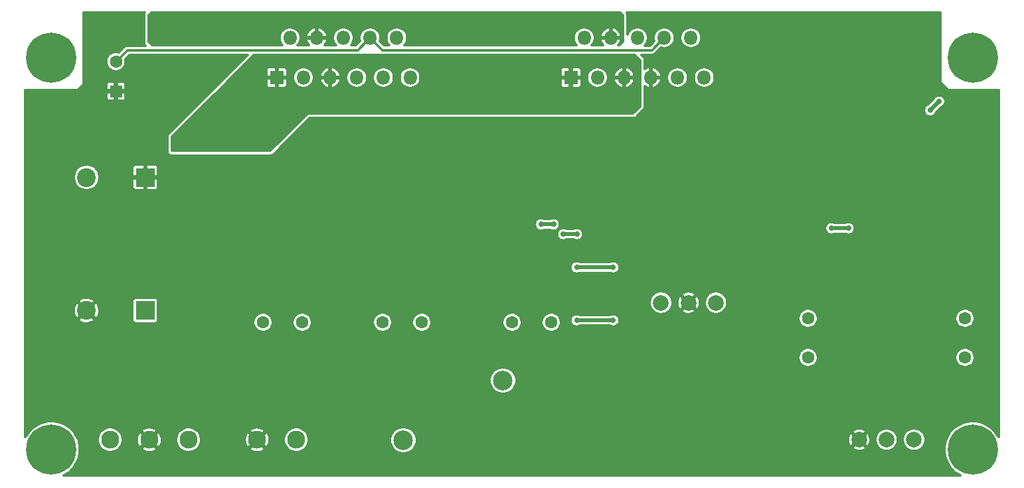
<source format=gbr>
%TF.GenerationSoftware,KiCad,Pcbnew,(5.1.6-0)*%
%TF.CreationDate,2023-07-03T12:35:29-07:00*%
%TF.ProjectId,LM3886x2_inv_bal_servo,4c4d3338-3836-4783-925f-696e765f6261,rev?*%
%TF.SameCoordinates,Original*%
%TF.FileFunction,Copper,L2,Bot*%
%TF.FilePolarity,Positive*%
%FSLAX46Y46*%
G04 Gerber Fmt 4.6, Leading zero omitted, Abs format (unit mm)*
G04 Created by KiCad (PCBNEW (5.1.6-0)) date 2023-07-03 12:35:29*
%MOMM*%
%LPD*%
G01*
G04 APERTURE LIST*
%TA.AperFunction,ComponentPad*%
%ADD10C,0.800000*%
%TD*%
%TA.AperFunction,ComponentPad*%
%ADD11C,6.400000*%
%TD*%
%TA.AperFunction,ComponentPad*%
%ADD12O,1.800000X1.800000*%
%TD*%
%TA.AperFunction,ComponentPad*%
%ADD13R,1.800000X1.800000*%
%TD*%
%TA.AperFunction,ComponentPad*%
%ADD14C,2.500000*%
%TD*%
%TA.AperFunction,ComponentPad*%
%ADD15C,2.000000*%
%TD*%
%TA.AperFunction,ComponentPad*%
%ADD16C,2.300000*%
%TD*%
%TA.AperFunction,ComponentPad*%
%ADD17C,1.600000*%
%TD*%
%TA.AperFunction,ComponentPad*%
%ADD18R,1.600000X1.600000*%
%TD*%
%TA.AperFunction,ComponentPad*%
%ADD19C,2.400000*%
%TD*%
%TA.AperFunction,ComponentPad*%
%ADD20R,2.400000X2.400000*%
%TD*%
%TA.AperFunction,ViaPad*%
%ADD21C,0.700000*%
%TD*%
%TA.AperFunction,Conductor*%
%ADD22C,0.500000*%
%TD*%
%TA.AperFunction,Conductor*%
%ADD23C,0.300000*%
%TD*%
G04 APERTURE END LIST*
D10*
%TO.P,H4,1*%
%TO.N,N/C*%
X180447056Y-54552944D03*
X178750000Y-53850000D03*
X177052944Y-54552944D03*
X176350000Y-56250000D03*
X177052944Y-57947056D03*
X178750000Y-58650000D03*
X180447056Y-57947056D03*
X181150000Y-56250000D03*
D11*
X178750000Y-56250000D03*
%TD*%
D10*
%TO.P,H3,1*%
%TO.N,N/C*%
X62947056Y-54552944D03*
X61250000Y-53850000D03*
X59552944Y-54552944D03*
X58850000Y-56250000D03*
X59552944Y-57947056D03*
X61250000Y-58650000D03*
X62947056Y-57947056D03*
X63650000Y-56250000D03*
D11*
X61250000Y-56250000D03*
%TD*%
D10*
%TO.P,H2,1*%
%TO.N,N/C*%
X180447056Y-104552944D03*
X178750000Y-103850000D03*
X177052944Y-104552944D03*
X176350000Y-106250000D03*
X177052944Y-107947056D03*
X178750000Y-108650000D03*
X180447056Y-107947056D03*
X181150000Y-106250000D03*
D11*
X178750000Y-106250000D03*
%TD*%
D10*
%TO.P,H1,1*%
%TO.N,N/C*%
X62947056Y-104552944D03*
X61250000Y-103850000D03*
X59552944Y-104552944D03*
X58850000Y-106250000D03*
X59552944Y-107947056D03*
X61250000Y-108650000D03*
X62947056Y-107947056D03*
X63650000Y-106250000D03*
D11*
X61250000Y-106250000D03*
%TD*%
D12*
%TO.P,U5,11*%
%TO.N,N/C*%
X107000000Y-58750000D03*
%TO.P,U5,10*%
%TO.N,/U5NINV*%
X105300000Y-53670000D03*
%TO.P,U5,9*%
%TO.N,/U5INV*%
X103600000Y-58750000D03*
%TO.P,U5,8*%
%TO.N,MUTE*%
X101900000Y-53670000D03*
%TO.P,U5,7*%
%TO.N,GND*%
X100200000Y-58750000D03*
%TO.P,U5,6*%
%TO.N,N/C*%
X98500000Y-53670000D03*
%TO.P,U5,5*%
%TO.N,+36V*%
X96800000Y-58750000D03*
%TO.P,U5,4*%
%TO.N,-36V*%
X95100000Y-53670000D03*
%TO.P,U5,3*%
%TO.N,/U5OUT*%
X93400000Y-58750000D03*
%TO.P,U5,2*%
%TO.N,N/C*%
X91700000Y-53670000D03*
D13*
%TO.P,U5,1*%
%TO.N,+36V*%
X90000000Y-58750000D03*
%TD*%
D12*
%TO.P,U4,11*%
%TO.N,N/C*%
X144500000Y-58750000D03*
%TO.P,U4,10*%
%TO.N,/U4NINV*%
X142800000Y-53670000D03*
%TO.P,U4,9*%
%TO.N,/U4INV*%
X141100000Y-58750000D03*
%TO.P,U4,8*%
%TO.N,MUTE*%
X139400000Y-53670000D03*
%TO.P,U4,7*%
%TO.N,GND*%
X137700000Y-58750000D03*
%TO.P,U4,6*%
%TO.N,N/C*%
X136000000Y-53670000D03*
%TO.P,U4,5*%
%TO.N,+36V*%
X134300000Y-58750000D03*
%TO.P,U4,4*%
%TO.N,-36V*%
X132600000Y-53670000D03*
%TO.P,U4,3*%
%TO.N,/U4OUT*%
X130900000Y-58750000D03*
%TO.P,U4,2*%
%TO.N,N/C*%
X129200000Y-53670000D03*
D13*
%TO.P,U4,1*%
%TO.N,+36V*%
X127500000Y-58750000D03*
%TD*%
D14*
%TO.P,L1,2*%
%TO.N,/OUTCONN*%
X106150000Y-105060000D03*
%TO.P,L1,1*%
%TO.N,/SOUT*%
X118850000Y-97440000D03*
%TD*%
D15*
%TO.P,J4,3*%
%TO.N,+15V*%
X146000000Y-87500000D03*
%TO.P,J4,2*%
%TO.N,GND*%
X142500000Y-87500000D03*
%TO.P,J4,1*%
%TO.N,-15V*%
X139000000Y-87500000D03*
%TD*%
D16*
%TO.P,J3,3*%
%TO.N,+36V*%
X78750000Y-105000000D03*
%TO.P,J3,2*%
%TO.N,GND*%
X73750000Y-105000000D03*
%TO.P,J3,1*%
%TO.N,-36V*%
X68750000Y-105000000D03*
%TD*%
%TO.P,J2,2*%
%TO.N,/OUTCONN*%
X92500000Y-105000000D03*
%TO.P,J2,1*%
%TO.N,GND*%
X87500000Y-105000000D03*
%TD*%
D15*
%TO.P,J1,3*%
%TO.N,/SIG-*%
X171250000Y-105000000D03*
%TO.P,J1,2*%
%TO.N,/SIG+*%
X167750000Y-105000000D03*
%TO.P,J1,1*%
%TO.N,GND*%
X164250000Y-105000000D03*
%TD*%
D17*
%TO.P,C20,2*%
%TO.N,Net-(C20-Pad2)*%
X88250000Y-90000000D03*
%TO.P,C20,1*%
%TO.N,/SOUT*%
X93250000Y-90000000D03*
%TD*%
%TO.P,C19,2*%
%TO.N,/SRVOUT2*%
X108500000Y-90000000D03*
%TO.P,C19,1*%
%TO.N,Net-(C19-Pad1)*%
X103500000Y-90000000D03*
%TD*%
%TO.P,C18,2*%
%TO.N,/SRVOUT1*%
X120000000Y-90000000D03*
%TO.P,C18,1*%
%TO.N,Net-(C18-Pad1)*%
X125000000Y-90000000D03*
%TD*%
%TO.P,C17,2*%
%TO.N,MUTE*%
X69500000Y-56700000D03*
D18*
%TO.P,C17,1*%
%TO.N,GND*%
X69500000Y-60500000D03*
%TD*%
D17*
%TO.P,C16,2*%
%TO.N,Net-(C14-Pad2)*%
X177750000Y-94500000D03*
%TO.P,C16,1*%
%TO.N,/U1SIG-*%
X177750000Y-89500000D03*
%TD*%
%TO.P,C15,2*%
%TO.N,Net-(C13-Pad1)*%
X157750000Y-94500000D03*
%TO.P,C15,1*%
%TO.N,/U1SIG+*%
X157750000Y-89500000D03*
%TD*%
D19*
%TO.P,C12,2*%
%TO.N,-36V*%
X65750000Y-71500000D03*
D20*
%TO.P,C12,1*%
%TO.N,GND*%
X73250000Y-71500000D03*
%TD*%
D19*
%TO.P,C11,2*%
%TO.N,GND*%
X65750000Y-88500000D03*
D20*
%TO.P,C11,1*%
%TO.N,+36V*%
X73250000Y-88500000D03*
%TD*%
D21*
%TO.N,GND*%
X166000000Y-98750000D03*
X169500000Y-98750000D03*
X167750000Y-91000000D03*
X167500000Y-69750000D03*
X168250000Y-76250000D03*
X165750000Y-61750000D03*
X163250000Y-53500000D03*
X156000000Y-62750000D03*
X155500000Y-72000000D03*
X150250000Y-72000000D03*
X112500000Y-71750000D03*
X115750000Y-78750000D03*
X121250000Y-81750000D03*
X124500000Y-81750000D03*
X108750000Y-81750000D03*
X105500000Y-81750000D03*
X115500000Y-86250000D03*
X88250000Y-77750000D03*
X82500000Y-59250000D03*
X110500000Y-80500000D03*
X119500000Y-81750000D03*
X80000000Y-60750000D03*
X85000000Y-56500000D03*
X59151191Y-61292500D03*
X59151191Y-65292500D03*
X59151191Y-99292500D03*
X61151191Y-63292500D03*
X61151191Y-101292500D03*
X63151191Y-61292500D03*
X66151191Y-51292500D03*
X66151191Y-55292500D03*
X66151191Y-108292500D03*
X70151191Y-108292500D03*
X73151191Y-68292500D03*
X73151191Y-74292500D03*
X73151191Y-78292500D03*
X73151191Y-82292500D03*
X73151191Y-94292500D03*
X73151191Y-98292500D03*
X73151191Y-102292500D03*
X73151191Y-107292500D03*
X76151191Y-108292500D03*
X78151191Y-61292500D03*
X80151191Y-108292500D03*
X83151191Y-57292500D03*
X83151191Y-107292500D03*
X85151191Y-105292500D03*
X86151191Y-73292500D03*
X86151191Y-77292500D03*
X86151191Y-81292500D03*
X86151191Y-87292500D03*
X86151191Y-91292500D03*
X86151191Y-95292500D03*
X86151191Y-99292500D03*
X86151191Y-108292500D03*
X87151191Y-102292500D03*
X88151191Y-71292500D03*
X88151191Y-75292500D03*
X88151191Y-83292500D03*
X88151191Y-93292500D03*
X88151191Y-97292500D03*
X89151191Y-100292500D03*
X89151191Y-107292500D03*
X90151191Y-69292500D03*
X90151191Y-73292500D03*
X90151191Y-77292500D03*
X90151191Y-81292500D03*
X90151191Y-87292500D03*
X90151191Y-91292500D03*
X90151191Y-95292500D03*
X90151191Y-103292500D03*
X91151191Y-98292500D03*
X92151191Y-101292500D03*
X92151191Y-108292500D03*
X93151191Y-72292500D03*
X93151191Y-96292500D03*
X94151191Y-99292500D03*
X95151191Y-102292500D03*
X95151191Y-107292500D03*
X96151191Y-64292500D03*
X96151191Y-68292500D03*
X96151191Y-75292500D03*
X96151191Y-79292500D03*
X96151191Y-83292500D03*
X96151191Y-87292500D03*
X97151191Y-90292500D03*
X97151191Y-100292500D03*
X98151191Y-66292500D03*
X98151191Y-81292500D03*
X98151191Y-85292500D03*
X98151191Y-108292500D03*
X99151191Y-72292500D03*
X99151191Y-76292500D03*
X99151191Y-88292500D03*
X99151191Y-92292500D03*
X99151191Y-102292500D03*
X100151191Y-83292500D03*
X101151191Y-74292500D03*
X101151191Y-78292500D03*
X101151191Y-86292500D03*
X101151191Y-90292500D03*
X101151191Y-94292500D03*
X101151191Y-107292500D03*
X102151191Y-65292500D03*
X102151191Y-101292500D03*
X103151191Y-72292500D03*
X103151191Y-76292500D03*
X103151191Y-80292500D03*
X103151191Y-92292500D03*
X103151191Y-96292500D03*
X104151191Y-85292500D03*
X104151191Y-108292500D03*
X105151191Y-64292500D03*
X105151191Y-74292500D03*
X105151191Y-78292500D03*
X105151191Y-94292500D03*
X105151191Y-102292500D03*
X106151191Y-89292500D03*
X107151191Y-72292500D03*
X107151191Y-76292500D03*
X107151191Y-80292500D03*
X107151191Y-86292500D03*
X107151191Y-92292500D03*
X107151191Y-96292500D03*
X108151191Y-65292500D03*
X108151191Y-101292500D03*
X108151191Y-107292500D03*
X109151191Y-78292500D03*
X109151191Y-94292500D03*
X109151191Y-104292500D03*
X110151191Y-87292500D03*
X111151191Y-64292500D03*
X111151191Y-73292500D03*
X111151191Y-90292500D03*
X111151191Y-96292500D03*
X111151191Y-102292500D03*
X111151191Y-106292500D03*
X112151191Y-76292500D03*
X112151191Y-93292500D03*
X113151191Y-104292500D03*
X113151191Y-108292500D03*
X114151191Y-65292500D03*
X114151191Y-70292500D03*
X114151191Y-74292500D03*
X114151191Y-84292500D03*
X114151191Y-95292500D03*
X114151191Y-101292500D03*
X115151191Y-90292500D03*
X115151191Y-106292500D03*
X116151191Y-67292500D03*
X116151191Y-72292500D03*
X116151191Y-103292500D03*
X117151191Y-64292500D03*
X117151191Y-75292500D03*
X117151191Y-87292500D03*
X117151191Y-92292500D03*
X117151191Y-108292500D03*
X118151191Y-101292500D03*
X118151191Y-105292500D03*
X119151191Y-66292500D03*
X119151191Y-73292500D03*
X119151191Y-79292500D03*
X119151191Y-84292500D03*
X120151191Y-69292500D03*
X120151191Y-76292500D03*
X120151191Y-103292500D03*
X120151191Y-107292500D03*
X121151191Y-64292500D03*
X121151191Y-86292500D03*
X121151191Y-100292500D03*
X122151191Y-67292500D03*
X122151191Y-71292500D03*
X122151191Y-89292500D03*
X122151191Y-105292500D03*
X123151191Y-79292500D03*
X123151191Y-102292500D03*
X123151191Y-108292500D03*
X124151191Y-65292500D03*
X124151191Y-69292500D03*
X125151191Y-100292500D03*
X125151191Y-104292500D03*
X126151191Y-67292500D03*
X126151191Y-71292500D03*
X126151191Y-75292500D03*
X126151191Y-84292500D03*
X126151191Y-107292500D03*
X127151191Y-64292500D03*
X127151191Y-102292500D03*
X128151191Y-77292500D03*
X128250000Y-88500000D03*
X128151191Y-99292500D03*
X128151191Y-105292500D03*
X129151191Y-108292500D03*
X130151191Y-97292500D03*
X130151191Y-101292500D03*
X131151191Y-104292500D03*
X132151191Y-95292500D03*
X132151191Y-99292500D03*
X132151191Y-107292500D03*
X133151191Y-65292500D03*
X133151191Y-71292500D03*
X133151191Y-75292500D03*
X133151191Y-79292500D03*
X133151191Y-85292500D03*
X133151191Y-91292500D03*
X133151191Y-102292500D03*
X134151191Y-68292500D03*
X133250000Y-88250000D03*
X134151191Y-97292500D03*
X134151191Y-105292500D03*
X135151191Y-77292500D03*
X135151191Y-81292500D03*
X135151191Y-93292500D03*
X135151191Y-100292500D03*
X135151191Y-108292500D03*
X136151191Y-51292500D03*
X136151191Y-64292500D03*
X136151191Y-103292500D03*
X137250000Y-56292500D03*
X137250000Y-61292500D03*
X137151191Y-75500000D03*
X137151191Y-79292500D03*
X137151191Y-83292500D03*
X137151191Y-91292500D03*
X137151191Y-95292500D03*
X137151191Y-106292500D03*
X138151191Y-98292500D03*
X139151191Y-77292500D03*
X139151191Y-81292500D03*
X139151191Y-85292500D03*
X139151191Y-93292500D03*
X139151191Y-101292500D03*
X139151191Y-108292500D03*
X140151191Y-51292500D03*
X140151191Y-62292500D03*
X140151191Y-96292500D03*
X140151191Y-104292500D03*
X141151191Y-55292500D03*
X141151191Y-75500000D03*
X141151191Y-79292500D03*
X141151191Y-83292500D03*
X141151191Y-91292500D03*
X141151191Y-99292500D03*
X142151191Y-65292500D03*
X142151191Y-94292500D03*
X142151191Y-102292500D03*
X142151191Y-106292500D03*
X143151191Y-61292500D03*
X143151191Y-77292500D03*
X143151191Y-81292500D03*
X143151191Y-85292500D03*
X143151191Y-97292500D03*
X144151191Y-51292500D03*
X144151191Y-56292500D03*
X144151191Y-92292500D03*
X144151191Y-100292500D03*
X144151191Y-104292500D03*
X144151191Y-108292500D03*
X145151191Y-63292500D03*
X145151191Y-75292500D03*
X145151191Y-79292500D03*
X145151191Y-83292500D03*
X145151191Y-95292500D03*
X146151191Y-53292500D03*
X146151191Y-90292500D03*
X146151191Y-98292500D03*
X146151191Y-102292500D03*
X146151191Y-106292500D03*
X147151191Y-77292500D03*
X147151191Y-81292500D03*
X147151191Y-85292500D03*
X147151191Y-93292500D03*
X148151191Y-51292500D03*
X148151191Y-55292500D03*
X148151191Y-59292500D03*
X148151191Y-64292500D03*
X148151191Y-72292500D03*
X148151191Y-96292500D03*
X148151191Y-100292500D03*
X148151191Y-104292500D03*
X148151191Y-108292500D03*
X149151191Y-75292500D03*
X149151191Y-79292500D03*
X149151191Y-83292500D03*
X149151191Y-87292500D03*
X150151191Y-53292500D03*
X150151191Y-57292500D03*
X150151191Y-61292500D03*
X150151191Y-94292500D03*
X150151191Y-98292500D03*
X150151191Y-102292500D03*
X150151191Y-106292500D03*
X151151191Y-65292500D03*
X151151191Y-81292500D03*
X151151191Y-85292500D03*
X151151191Y-89292500D03*
X152151191Y-51292500D03*
X152151191Y-55292500D03*
X152151191Y-70292500D03*
X152151191Y-74292500D03*
X152151191Y-108292500D03*
X153151191Y-59292500D03*
X153151191Y-63292500D03*
X153151191Y-79292500D03*
X153151191Y-83292500D03*
X153151191Y-87292500D03*
X153151191Y-91292500D03*
X153250000Y-95292500D03*
X153250000Y-99292500D03*
X153250000Y-103292500D03*
X154151191Y-53292500D03*
X155151191Y-75292500D03*
X155151191Y-81292500D03*
X155151191Y-85292500D03*
X155151191Y-89292500D03*
X155151191Y-93292500D03*
X155151191Y-97292500D03*
X155151191Y-101292500D03*
X155151191Y-105292500D03*
X156151191Y-51292500D03*
X157151191Y-59292500D03*
X157151191Y-72292500D03*
X157151191Y-79292500D03*
X157151191Y-83292500D03*
X157151191Y-99292500D03*
X157151191Y-103292500D03*
X157151191Y-107292500D03*
X158151191Y-53292500D03*
X158151191Y-76292500D03*
X158151191Y-92292500D03*
X159151191Y-65292500D03*
X159151191Y-81292500D03*
X159151191Y-96292500D03*
X159151191Y-101292500D03*
X159151191Y-105292500D03*
X160151191Y-51292500D03*
X160151191Y-68292500D03*
X160151191Y-87292500D03*
X160151191Y-108292500D03*
X161151191Y-54292500D03*
X161151191Y-61292500D03*
X161151191Y-91292500D03*
X161151191Y-98292500D03*
X161151191Y-103292500D03*
X162151191Y-66292500D03*
X162151191Y-106292500D03*
X163151191Y-69292500D03*
X164151191Y-51292500D03*
X164151191Y-62292500D03*
X164151191Y-76292500D03*
X164151191Y-80292500D03*
X164151191Y-84292500D03*
X164151191Y-92292500D03*
X164151191Y-99292500D03*
X164151191Y-108292500D03*
X165151191Y-58292500D03*
X165151191Y-65292500D03*
X166151191Y-53292500D03*
X166151191Y-88292500D03*
X166151191Y-101292500D03*
X167151191Y-71292500D03*
X167151191Y-81292500D03*
X167151191Y-107292500D03*
X168151191Y-51292500D03*
X168151191Y-66292500D03*
X168151191Y-74292500D03*
X168151191Y-84292500D03*
X169151191Y-55292500D03*
X169151191Y-62292500D03*
X169151191Y-91292500D03*
X169151191Y-100292500D03*
X170151191Y-79292500D03*
X170151191Y-108292500D03*
X171151191Y-52292500D03*
X171151191Y-76292500D03*
X171151191Y-95292500D03*
X172151191Y-66292500D03*
X172151191Y-70292500D03*
X172151191Y-92292500D03*
X173151191Y-78292500D03*
X173151191Y-87292500D03*
X174151191Y-68292500D03*
X174151191Y-84292500D03*
X174151191Y-99292500D03*
X174151191Y-108292500D03*
X175151191Y-65292500D03*
X175151191Y-76292500D03*
X175151191Y-80292500D03*
X175151191Y-91292500D03*
X175151191Y-96292500D03*
X175151191Y-102292500D03*
X176151191Y-73292500D03*
X177151191Y-63292500D03*
X177151191Y-78292500D03*
X177151191Y-82292500D03*
X177151191Y-100292500D03*
X178151191Y-66292500D03*
X178151191Y-75292500D03*
X178151191Y-85292500D03*
X178151191Y-92292500D03*
X179151191Y-61292500D03*
X179151191Y-69292500D03*
X179151191Y-80292500D03*
X180151191Y-72292500D03*
X180151191Y-77292500D03*
X180151191Y-83292500D03*
X180151191Y-87292500D03*
X180151191Y-94292500D03*
X180151191Y-99292500D03*
X181151191Y-63292500D03*
X181151191Y-102292500D03*
X58250000Y-68250000D03*
X58250000Y-69500000D03*
X58250000Y-70750000D03*
X58250000Y-72000000D03*
X58250000Y-73250000D03*
X58250000Y-74500000D03*
X58250000Y-75750000D03*
X58250000Y-77000000D03*
X58250000Y-78250000D03*
X58250000Y-79500000D03*
X58250000Y-80750000D03*
X58250000Y-82000000D03*
X58250000Y-83250000D03*
X58250000Y-84500000D03*
X58250000Y-85750000D03*
X58250000Y-87000000D03*
X58250000Y-88250000D03*
X58250000Y-89500000D03*
X58250000Y-90750000D03*
X58250000Y-92000000D03*
X58250000Y-93250000D03*
X58250000Y-94500000D03*
X58250000Y-95750000D03*
X58250000Y-97000000D03*
X78250000Y-63000000D03*
X77250000Y-64000000D03*
X76250000Y-65000000D03*
X75250000Y-66000000D03*
X74250000Y-67000000D03*
X99000000Y-64250000D03*
X136250000Y-73500000D03*
X140000000Y-73500000D03*
X143500000Y-73500000D03*
X145500000Y-72000000D03*
X128250000Y-84250000D03*
X126500000Y-77250000D03*
X133250000Y-81750000D03*
X123250000Y-76250000D03*
X160500000Y-79250000D03*
X163250000Y-79000000D03*
X172250000Y-62500000D03*
X174750000Y-60750000D03*
%TO.N,+15V*%
X128250000Y-89750000D03*
X132900000Y-89750000D03*
X173315564Y-62934436D03*
X174446936Y-61803064D03*
%TO.N,-15V*%
X132900000Y-83000000D03*
X128250000Y-83000000D03*
X128250000Y-78750000D03*
X126550010Y-78750000D03*
X125300000Y-77500000D03*
X123700000Y-77500000D03*
X162912510Y-78000000D03*
X160712500Y-78000000D03*
%TO.N,+36V*%
X124750000Y-62250000D03*
X90000000Y-61000000D03*
X90000000Y-62250000D03*
X90000000Y-63500000D03*
X90000000Y-64750000D03*
X90000000Y-66000000D03*
X88750000Y-66000000D03*
X88750000Y-64750000D03*
X88750000Y-63500000D03*
X88750000Y-62250000D03*
X88750000Y-61000000D03*
X87500000Y-64750000D03*
X87500000Y-66000000D03*
X87500000Y-67250000D03*
X86250000Y-67250000D03*
X85000000Y-67250000D03*
X83750000Y-67250000D03*
X83750000Y-66000000D03*
X85000000Y-66000000D03*
X86250000Y-66000000D03*
X86250000Y-64750000D03*
X85000000Y-64750000D03*
X83750000Y-64750000D03*
X82500000Y-64750000D03*
X81250000Y-64750000D03*
X80000000Y-64750000D03*
X80000000Y-66000000D03*
X81250000Y-66000000D03*
X82500000Y-66000000D03*
X82500000Y-67250000D03*
X81250000Y-67250000D03*
X80000000Y-67250000D03*
X78750000Y-66000000D03*
X78750000Y-67250000D03*
X77500000Y-67250000D03*
X88750000Y-67250000D03*
%TO.N,-36V*%
X75000000Y-51000000D03*
X75000000Y-52250000D03*
X75000000Y-53500000D03*
X76250000Y-53500000D03*
X76250000Y-52250000D03*
X76250000Y-51000000D03*
X77500000Y-51000000D03*
X77500000Y-52250000D03*
X77500000Y-53500000D03*
X78750000Y-53500000D03*
X78750000Y-52250000D03*
X78750000Y-51000000D03*
X80000000Y-51000000D03*
X80000000Y-52250000D03*
X80000000Y-53500000D03*
X81250000Y-53500000D03*
X81250000Y-52250000D03*
X81250000Y-51000000D03*
X82500000Y-51000000D03*
X82500000Y-52250000D03*
X82500000Y-53500000D03*
X83750000Y-53500000D03*
X83750000Y-52250000D03*
X83750000Y-51000000D03*
%TD*%
D22*
%TO.N,+15V*%
X128250000Y-89750000D02*
X132900000Y-89750000D01*
X173315564Y-62934436D02*
X174446936Y-61803064D01*
%TO.N,-15V*%
X132900000Y-83000000D02*
X128600000Y-83000000D01*
X128600000Y-83000000D02*
X128250000Y-83000000D01*
X128250000Y-78750000D02*
X126550010Y-78750000D01*
X125300000Y-77500000D02*
X123700000Y-77500000D01*
X162912510Y-78000000D02*
X160712500Y-78000000D01*
D23*
%TO.N,MUTE*%
X139400000Y-53670000D02*
X137820000Y-55250000D01*
X103480000Y-55250000D02*
X101900000Y-53670000D01*
X137820000Y-55250000D02*
X103480000Y-55250000D01*
X70950000Y-55250000D02*
X69500000Y-56700000D01*
X100320000Y-55250000D02*
X70950000Y-55250000D01*
X101900000Y-53670000D02*
X100320000Y-55250000D01*
%TD*%
%TO.N,GND*%
G36*
X73125839Y-50499993D02*
G01*
X73084254Y-50577792D01*
X73058647Y-50662209D01*
X73050000Y-50750000D01*
X73050000Y-54250000D01*
X73058647Y-54337791D01*
X73084254Y-54422208D01*
X73125839Y-54500007D01*
X73181802Y-54568198D01*
X73263604Y-54650000D01*
X70979474Y-54650000D01*
X70950000Y-54647097D01*
X70920526Y-54650000D01*
X70832379Y-54658682D01*
X70719279Y-54692990D01*
X70615045Y-54748704D01*
X70523683Y-54823683D01*
X70504894Y-54846578D01*
X69855290Y-55496183D01*
X69623114Y-55450000D01*
X69376886Y-55450000D01*
X69135389Y-55498037D01*
X68907903Y-55592265D01*
X68703172Y-55729062D01*
X68529062Y-55903172D01*
X68392265Y-56107903D01*
X68298037Y-56335389D01*
X68250000Y-56576886D01*
X68250000Y-56823114D01*
X68298037Y-57064611D01*
X68392265Y-57292097D01*
X68529062Y-57496828D01*
X68703172Y-57670938D01*
X68907903Y-57807735D01*
X69135389Y-57901963D01*
X69376886Y-57950000D01*
X69623114Y-57950000D01*
X69864611Y-57901963D01*
X70092097Y-57807735D01*
X70296828Y-57670938D01*
X70470938Y-57496828D01*
X70607735Y-57292097D01*
X70701963Y-57064611D01*
X70750000Y-56823114D01*
X70750000Y-56576886D01*
X70703817Y-56344710D01*
X71198528Y-55850000D01*
X86263604Y-55850000D01*
X76181802Y-65931802D01*
X76125839Y-65999993D01*
X76084254Y-66077792D01*
X76058647Y-66162209D01*
X76050000Y-66250000D01*
X76050000Y-68250000D01*
X76058647Y-68337791D01*
X76084254Y-68422208D01*
X76125839Y-68500007D01*
X76181802Y-68568198D01*
X76249993Y-68624161D01*
X76327792Y-68665746D01*
X76412209Y-68691353D01*
X76500000Y-68700000D01*
X89250000Y-68700000D01*
X89337791Y-68691353D01*
X89422208Y-68665746D01*
X89500007Y-68624161D01*
X89568198Y-68568198D01*
X94186396Y-63950000D01*
X135500000Y-63950000D01*
X135587791Y-63941353D01*
X135672208Y-63915746D01*
X135750007Y-63874161D01*
X135818198Y-63818198D01*
X136780753Y-62855643D01*
X172515564Y-62855643D01*
X172515564Y-63013229D01*
X172546307Y-63167787D01*
X172606613Y-63313378D01*
X172694163Y-63444406D01*
X172805594Y-63555837D01*
X172936622Y-63643387D01*
X173082213Y-63703693D01*
X173236771Y-63734436D01*
X173394357Y-63734436D01*
X173548915Y-63703693D01*
X173694506Y-63643387D01*
X173825534Y-63555837D01*
X173936965Y-63444406D01*
X174024515Y-63313378D01*
X174084821Y-63167787D01*
X174087964Y-63151985D01*
X174664486Y-62575464D01*
X174680287Y-62572321D01*
X174825878Y-62512015D01*
X174956906Y-62424465D01*
X175068337Y-62313034D01*
X175155887Y-62182006D01*
X175216193Y-62036415D01*
X175246936Y-61881857D01*
X175246936Y-61724271D01*
X175216193Y-61569713D01*
X175155887Y-61424122D01*
X175068337Y-61293094D01*
X174956906Y-61181663D01*
X174825878Y-61094113D01*
X174680287Y-61033807D01*
X174525729Y-61003064D01*
X174368143Y-61003064D01*
X174213585Y-61033807D01*
X174067994Y-61094113D01*
X173936966Y-61181663D01*
X173825535Y-61293094D01*
X173737985Y-61424122D01*
X173677679Y-61569713D01*
X173674536Y-61585514D01*
X173098015Y-62162036D01*
X173082213Y-62165179D01*
X172936622Y-62225485D01*
X172805594Y-62313035D01*
X172694163Y-62424466D01*
X172606613Y-62555494D01*
X172546307Y-62701085D01*
X172515564Y-62855643D01*
X136780753Y-62855643D01*
X136818198Y-62818198D01*
X136874161Y-62750007D01*
X136915746Y-62672208D01*
X136941353Y-62587791D01*
X136950000Y-62500000D01*
X136950000Y-59868110D01*
X137140205Y-59978470D01*
X137390624Y-60064076D01*
X137600000Y-59983795D01*
X137600000Y-58850000D01*
X137800000Y-58850000D01*
X137800000Y-59983795D01*
X138009376Y-60064076D01*
X138259795Y-59978470D01*
X138488701Y-59845655D01*
X138687298Y-59670734D01*
X138847954Y-59460430D01*
X138964494Y-59222825D01*
X139014072Y-59059375D01*
X138933453Y-58850000D01*
X137800000Y-58850000D01*
X137600000Y-58850000D01*
X137580000Y-58850000D01*
X137580000Y-58650000D01*
X137600000Y-58650000D01*
X137600000Y-57516205D01*
X137800000Y-57516205D01*
X137800000Y-58650000D01*
X138933453Y-58650000D01*
X138946145Y-58617037D01*
X139750000Y-58617037D01*
X139750000Y-58882963D01*
X139801880Y-59143780D01*
X139903646Y-59389465D01*
X140051387Y-59610575D01*
X140239425Y-59798613D01*
X140460535Y-59946354D01*
X140706220Y-60048120D01*
X140967037Y-60100000D01*
X141232963Y-60100000D01*
X141493780Y-60048120D01*
X141739465Y-59946354D01*
X141960575Y-59798613D01*
X142148613Y-59610575D01*
X142296354Y-59389465D01*
X142398120Y-59143780D01*
X142450000Y-58882963D01*
X142450000Y-58617037D01*
X143150000Y-58617037D01*
X143150000Y-58882963D01*
X143201880Y-59143780D01*
X143303646Y-59389465D01*
X143451387Y-59610575D01*
X143639425Y-59798613D01*
X143860535Y-59946354D01*
X144106220Y-60048120D01*
X144367037Y-60100000D01*
X144632963Y-60100000D01*
X144893780Y-60048120D01*
X145139465Y-59946354D01*
X145360575Y-59798613D01*
X145548613Y-59610575D01*
X145696354Y-59389465D01*
X145798120Y-59143780D01*
X145850000Y-58882963D01*
X145850000Y-58617037D01*
X145798120Y-58356220D01*
X145696354Y-58110535D01*
X145548613Y-57889425D01*
X145360575Y-57701387D01*
X145139465Y-57553646D01*
X144893780Y-57451880D01*
X144632963Y-57400000D01*
X144367037Y-57400000D01*
X144106220Y-57451880D01*
X143860535Y-57553646D01*
X143639425Y-57701387D01*
X143451387Y-57889425D01*
X143303646Y-58110535D01*
X143201880Y-58356220D01*
X143150000Y-58617037D01*
X142450000Y-58617037D01*
X142398120Y-58356220D01*
X142296354Y-58110535D01*
X142148613Y-57889425D01*
X141960575Y-57701387D01*
X141739465Y-57553646D01*
X141493780Y-57451880D01*
X141232963Y-57400000D01*
X140967037Y-57400000D01*
X140706220Y-57451880D01*
X140460535Y-57553646D01*
X140239425Y-57701387D01*
X140051387Y-57889425D01*
X139903646Y-58110535D01*
X139801880Y-58356220D01*
X139750000Y-58617037D01*
X138946145Y-58617037D01*
X139014072Y-58440625D01*
X138964494Y-58277175D01*
X138847954Y-58039570D01*
X138687298Y-57829266D01*
X138488701Y-57654345D01*
X138259795Y-57521530D01*
X138009376Y-57435924D01*
X137800000Y-57516205D01*
X137600000Y-57516205D01*
X137390624Y-57435924D01*
X137140205Y-57521530D01*
X136950000Y-57631890D01*
X136950000Y-56500000D01*
X136941353Y-56412209D01*
X136915746Y-56327792D01*
X136874161Y-56249993D01*
X136818198Y-56181802D01*
X136486396Y-55850000D01*
X137790526Y-55850000D01*
X137820000Y-55852903D01*
X137849474Y-55850000D01*
X137937621Y-55841318D01*
X138050721Y-55807010D01*
X138154955Y-55751296D01*
X138246317Y-55676317D01*
X138265113Y-55653414D01*
X138966755Y-54951773D01*
X139006220Y-54968120D01*
X139267037Y-55020000D01*
X139532963Y-55020000D01*
X139793780Y-54968120D01*
X140039465Y-54866354D01*
X140260575Y-54718613D01*
X140448613Y-54530575D01*
X140596354Y-54309465D01*
X140698120Y-54063780D01*
X140750000Y-53802963D01*
X140750000Y-53537037D01*
X141450000Y-53537037D01*
X141450000Y-53802963D01*
X141501880Y-54063780D01*
X141603646Y-54309465D01*
X141751387Y-54530575D01*
X141939425Y-54718613D01*
X142160535Y-54866354D01*
X142406220Y-54968120D01*
X142667037Y-55020000D01*
X142932963Y-55020000D01*
X143193780Y-54968120D01*
X143439465Y-54866354D01*
X143660575Y-54718613D01*
X143848613Y-54530575D01*
X143996354Y-54309465D01*
X144098120Y-54063780D01*
X144150000Y-53802963D01*
X144150000Y-53537037D01*
X144098120Y-53276220D01*
X143996354Y-53030535D01*
X143848613Y-52809425D01*
X143660575Y-52621387D01*
X143439465Y-52473646D01*
X143193780Y-52371880D01*
X142932963Y-52320000D01*
X142667037Y-52320000D01*
X142406220Y-52371880D01*
X142160535Y-52473646D01*
X141939425Y-52621387D01*
X141751387Y-52809425D01*
X141603646Y-53030535D01*
X141501880Y-53276220D01*
X141450000Y-53537037D01*
X140750000Y-53537037D01*
X140698120Y-53276220D01*
X140596354Y-53030535D01*
X140448613Y-52809425D01*
X140260575Y-52621387D01*
X140039465Y-52473646D01*
X139793780Y-52371880D01*
X139532963Y-52320000D01*
X139267037Y-52320000D01*
X139006220Y-52371880D01*
X138760535Y-52473646D01*
X138539425Y-52621387D01*
X138351387Y-52809425D01*
X138203646Y-53030535D01*
X138101880Y-53276220D01*
X138050000Y-53537037D01*
X138050000Y-53802963D01*
X138101880Y-54063780D01*
X138118227Y-54103245D01*
X137571473Y-54650000D01*
X136929188Y-54650000D01*
X137048613Y-54530575D01*
X137196354Y-54309465D01*
X137298120Y-54063780D01*
X137350000Y-53802963D01*
X137350000Y-53537037D01*
X137298120Y-53276220D01*
X137196354Y-53030535D01*
X137048613Y-52809425D01*
X136860575Y-52621387D01*
X136639465Y-52473646D01*
X136393780Y-52371880D01*
X136132963Y-52320000D01*
X135867037Y-52320000D01*
X135606220Y-52371880D01*
X135360535Y-52473646D01*
X135139425Y-52621387D01*
X134951387Y-52809425D01*
X134803646Y-53030535D01*
X134701880Y-53276220D01*
X134700000Y-53285671D01*
X134700000Y-50750000D01*
X134691353Y-50662209D01*
X134665746Y-50577792D01*
X134624161Y-50499993D01*
X134603650Y-50475000D01*
X174600000Y-50475000D01*
X174600000Y-59250000D01*
X174602882Y-59279264D01*
X174611418Y-59307403D01*
X174625280Y-59333336D01*
X174643934Y-59356066D01*
X175643934Y-60356066D01*
X175666664Y-60374720D01*
X175692597Y-60388582D01*
X175720736Y-60397118D01*
X175750000Y-60400000D01*
X182025001Y-60400000D01*
X182025000Y-104618640D01*
X181984588Y-104521077D01*
X181585140Y-103923260D01*
X181076740Y-103414860D01*
X180478923Y-103015412D01*
X179814666Y-102740267D01*
X179109494Y-102600000D01*
X178390506Y-102600000D01*
X177685334Y-102740267D01*
X177021077Y-103015412D01*
X176423260Y-103414860D01*
X175914860Y-103923260D01*
X175515412Y-104521077D01*
X175240267Y-105185334D01*
X175100000Y-105890506D01*
X175100000Y-106609494D01*
X175240267Y-107314666D01*
X175515412Y-107978923D01*
X175914860Y-108576740D01*
X176423260Y-109085140D01*
X177021077Y-109484588D01*
X177118640Y-109525000D01*
X62881360Y-109525000D01*
X62978923Y-109484588D01*
X63576740Y-109085140D01*
X64085140Y-108576740D01*
X64484588Y-107978923D01*
X64759733Y-107314666D01*
X64900000Y-106609494D01*
X64900000Y-105890506D01*
X64759733Y-105185334D01*
X64617691Y-104842414D01*
X67150000Y-104842414D01*
X67150000Y-105157586D01*
X67211487Y-105466703D01*
X67332098Y-105757884D01*
X67507199Y-106019941D01*
X67730059Y-106242801D01*
X67992116Y-106417902D01*
X68283297Y-106538513D01*
X68592414Y-106600000D01*
X68907586Y-106600000D01*
X69216703Y-106538513D01*
X69507884Y-106417902D01*
X69769941Y-106242801D01*
X69887103Y-106125639D01*
X72765782Y-106125639D01*
X72887724Y-106356951D01*
X73169021Y-106499099D01*
X73472644Y-106583638D01*
X73786926Y-106607318D01*
X74099789Y-106569230D01*
X74399209Y-106470837D01*
X74612276Y-106356951D01*
X74734218Y-106125639D01*
X73750000Y-105141421D01*
X72765782Y-106125639D01*
X69887103Y-106125639D01*
X69992801Y-106019941D01*
X70167902Y-105757884D01*
X70288513Y-105466703D01*
X70350000Y-105157586D01*
X70350000Y-105036926D01*
X72142682Y-105036926D01*
X72180770Y-105349789D01*
X72279163Y-105649209D01*
X72393049Y-105862276D01*
X72624361Y-105984218D01*
X73608579Y-105000000D01*
X73891421Y-105000000D01*
X74875639Y-105984218D01*
X75106951Y-105862276D01*
X75249099Y-105580979D01*
X75333638Y-105277356D01*
X75357318Y-104963074D01*
X75342629Y-104842414D01*
X77150000Y-104842414D01*
X77150000Y-105157586D01*
X77211487Y-105466703D01*
X77332098Y-105757884D01*
X77507199Y-106019941D01*
X77730059Y-106242801D01*
X77992116Y-106417902D01*
X78283297Y-106538513D01*
X78592414Y-106600000D01*
X78907586Y-106600000D01*
X79216703Y-106538513D01*
X79507884Y-106417902D01*
X79769941Y-106242801D01*
X79887103Y-106125639D01*
X86515782Y-106125639D01*
X86637724Y-106356951D01*
X86919021Y-106499099D01*
X87222644Y-106583638D01*
X87536926Y-106607318D01*
X87849789Y-106569230D01*
X88149209Y-106470837D01*
X88362276Y-106356951D01*
X88484218Y-106125639D01*
X87500000Y-105141421D01*
X86515782Y-106125639D01*
X79887103Y-106125639D01*
X79992801Y-106019941D01*
X80167902Y-105757884D01*
X80288513Y-105466703D01*
X80350000Y-105157586D01*
X80350000Y-105036926D01*
X85892682Y-105036926D01*
X85930770Y-105349789D01*
X86029163Y-105649209D01*
X86143049Y-105862276D01*
X86374361Y-105984218D01*
X87358579Y-105000000D01*
X87641421Y-105000000D01*
X88625639Y-105984218D01*
X88856951Y-105862276D01*
X88999099Y-105580979D01*
X89083638Y-105277356D01*
X89107318Y-104963074D01*
X89092629Y-104842414D01*
X90900000Y-104842414D01*
X90900000Y-105157586D01*
X90961487Y-105466703D01*
X91082098Y-105757884D01*
X91257199Y-106019941D01*
X91480059Y-106242801D01*
X91742116Y-106417902D01*
X92033297Y-106538513D01*
X92342414Y-106600000D01*
X92657586Y-106600000D01*
X92966703Y-106538513D01*
X93257884Y-106417902D01*
X93519941Y-106242801D01*
X93742801Y-106019941D01*
X93917902Y-105757884D01*
X94038513Y-105466703D01*
X94100000Y-105157586D01*
X94100000Y-104892565D01*
X104450000Y-104892565D01*
X104450000Y-105227435D01*
X104515330Y-105555872D01*
X104643479Y-105865252D01*
X104829523Y-106143687D01*
X105066313Y-106380477D01*
X105344748Y-106566521D01*
X105654128Y-106694670D01*
X105982565Y-106760000D01*
X106317435Y-106760000D01*
X106645872Y-106694670D01*
X106955252Y-106566521D01*
X107233687Y-106380477D01*
X107470477Y-106143687D01*
X107553927Y-106018794D01*
X163372628Y-106018794D01*
X163476509Y-106234750D01*
X163732259Y-106361925D01*
X164007906Y-106436762D01*
X164292856Y-106456386D01*
X164576159Y-106420042D01*
X164846928Y-106329125D01*
X165023491Y-106234750D01*
X165127372Y-106018794D01*
X164250000Y-105141421D01*
X163372628Y-106018794D01*
X107553927Y-106018794D01*
X107656521Y-105865252D01*
X107784670Y-105555872D01*
X107850000Y-105227435D01*
X107850000Y-105042856D01*
X162793614Y-105042856D01*
X162829958Y-105326159D01*
X162920875Y-105596928D01*
X163015250Y-105773491D01*
X163231206Y-105877372D01*
X164108579Y-105000000D01*
X164391421Y-105000000D01*
X165268794Y-105877372D01*
X165484750Y-105773491D01*
X165611925Y-105517741D01*
X165686762Y-105242094D01*
X165706386Y-104957144D01*
X165693563Y-104857187D01*
X166300000Y-104857187D01*
X166300000Y-105142813D01*
X166355723Y-105422949D01*
X166465027Y-105686833D01*
X166623711Y-105924321D01*
X166825679Y-106126289D01*
X167063167Y-106284973D01*
X167327051Y-106394277D01*
X167607187Y-106450000D01*
X167892813Y-106450000D01*
X168172949Y-106394277D01*
X168436833Y-106284973D01*
X168674321Y-106126289D01*
X168876289Y-105924321D01*
X169034973Y-105686833D01*
X169144277Y-105422949D01*
X169200000Y-105142813D01*
X169200000Y-104857187D01*
X169800000Y-104857187D01*
X169800000Y-105142813D01*
X169855723Y-105422949D01*
X169965027Y-105686833D01*
X170123711Y-105924321D01*
X170325679Y-106126289D01*
X170563167Y-106284973D01*
X170827051Y-106394277D01*
X171107187Y-106450000D01*
X171392813Y-106450000D01*
X171672949Y-106394277D01*
X171936833Y-106284973D01*
X172174321Y-106126289D01*
X172376289Y-105924321D01*
X172534973Y-105686833D01*
X172644277Y-105422949D01*
X172700000Y-105142813D01*
X172700000Y-104857187D01*
X172644277Y-104577051D01*
X172534973Y-104313167D01*
X172376289Y-104075679D01*
X172174321Y-103873711D01*
X171936833Y-103715027D01*
X171672949Y-103605723D01*
X171392813Y-103550000D01*
X171107187Y-103550000D01*
X170827051Y-103605723D01*
X170563167Y-103715027D01*
X170325679Y-103873711D01*
X170123711Y-104075679D01*
X169965027Y-104313167D01*
X169855723Y-104577051D01*
X169800000Y-104857187D01*
X169200000Y-104857187D01*
X169144277Y-104577051D01*
X169034973Y-104313167D01*
X168876289Y-104075679D01*
X168674321Y-103873711D01*
X168436833Y-103715027D01*
X168172949Y-103605723D01*
X167892813Y-103550000D01*
X167607187Y-103550000D01*
X167327051Y-103605723D01*
X167063167Y-103715027D01*
X166825679Y-103873711D01*
X166623711Y-104075679D01*
X166465027Y-104313167D01*
X166355723Y-104577051D01*
X166300000Y-104857187D01*
X165693563Y-104857187D01*
X165670042Y-104673841D01*
X165579125Y-104403072D01*
X165484750Y-104226509D01*
X165268794Y-104122628D01*
X164391421Y-105000000D01*
X164108579Y-105000000D01*
X163231206Y-104122628D01*
X163015250Y-104226509D01*
X162888075Y-104482259D01*
X162813238Y-104757906D01*
X162793614Y-105042856D01*
X107850000Y-105042856D01*
X107850000Y-104892565D01*
X107784670Y-104564128D01*
X107656521Y-104254748D01*
X107473747Y-103981206D01*
X163372628Y-103981206D01*
X164250000Y-104858579D01*
X165127372Y-103981206D01*
X165023491Y-103765250D01*
X164767741Y-103638075D01*
X164492094Y-103563238D01*
X164207144Y-103543614D01*
X163923841Y-103579958D01*
X163653072Y-103670875D01*
X163476509Y-103765250D01*
X163372628Y-103981206D01*
X107473747Y-103981206D01*
X107470477Y-103976313D01*
X107233687Y-103739523D01*
X106955252Y-103553479D01*
X106645872Y-103425330D01*
X106317435Y-103360000D01*
X105982565Y-103360000D01*
X105654128Y-103425330D01*
X105344748Y-103553479D01*
X105066313Y-103739523D01*
X104829523Y-103976313D01*
X104643479Y-104254748D01*
X104515330Y-104564128D01*
X104450000Y-104892565D01*
X94100000Y-104892565D01*
X94100000Y-104842414D01*
X94038513Y-104533297D01*
X93917902Y-104242116D01*
X93742801Y-103980059D01*
X93519941Y-103757199D01*
X93257884Y-103582098D01*
X92966703Y-103461487D01*
X92657586Y-103400000D01*
X92342414Y-103400000D01*
X92033297Y-103461487D01*
X91742116Y-103582098D01*
X91480059Y-103757199D01*
X91257199Y-103980059D01*
X91082098Y-104242116D01*
X90961487Y-104533297D01*
X90900000Y-104842414D01*
X89092629Y-104842414D01*
X89069230Y-104650211D01*
X88970837Y-104350791D01*
X88856951Y-104137724D01*
X88625639Y-104015782D01*
X87641421Y-105000000D01*
X87358579Y-105000000D01*
X86374361Y-104015782D01*
X86143049Y-104137724D01*
X86000901Y-104419021D01*
X85916362Y-104722644D01*
X85892682Y-105036926D01*
X80350000Y-105036926D01*
X80350000Y-104842414D01*
X80288513Y-104533297D01*
X80167902Y-104242116D01*
X79992801Y-103980059D01*
X79887103Y-103874361D01*
X86515782Y-103874361D01*
X87500000Y-104858579D01*
X88484218Y-103874361D01*
X88362276Y-103643049D01*
X88080979Y-103500901D01*
X87777356Y-103416362D01*
X87463074Y-103392682D01*
X87150211Y-103430770D01*
X86850791Y-103529163D01*
X86637724Y-103643049D01*
X86515782Y-103874361D01*
X79887103Y-103874361D01*
X79769941Y-103757199D01*
X79507884Y-103582098D01*
X79216703Y-103461487D01*
X78907586Y-103400000D01*
X78592414Y-103400000D01*
X78283297Y-103461487D01*
X77992116Y-103582098D01*
X77730059Y-103757199D01*
X77507199Y-103980059D01*
X77332098Y-104242116D01*
X77211487Y-104533297D01*
X77150000Y-104842414D01*
X75342629Y-104842414D01*
X75319230Y-104650211D01*
X75220837Y-104350791D01*
X75106951Y-104137724D01*
X74875639Y-104015782D01*
X73891421Y-105000000D01*
X73608579Y-105000000D01*
X72624361Y-104015782D01*
X72393049Y-104137724D01*
X72250901Y-104419021D01*
X72166362Y-104722644D01*
X72142682Y-105036926D01*
X70350000Y-105036926D01*
X70350000Y-104842414D01*
X70288513Y-104533297D01*
X70167902Y-104242116D01*
X69992801Y-103980059D01*
X69887103Y-103874361D01*
X72765782Y-103874361D01*
X73750000Y-104858579D01*
X74734218Y-103874361D01*
X74612276Y-103643049D01*
X74330979Y-103500901D01*
X74027356Y-103416362D01*
X73713074Y-103392682D01*
X73400211Y-103430770D01*
X73100791Y-103529163D01*
X72887724Y-103643049D01*
X72765782Y-103874361D01*
X69887103Y-103874361D01*
X69769941Y-103757199D01*
X69507884Y-103582098D01*
X69216703Y-103461487D01*
X68907586Y-103400000D01*
X68592414Y-103400000D01*
X68283297Y-103461487D01*
X67992116Y-103582098D01*
X67730059Y-103757199D01*
X67507199Y-103980059D01*
X67332098Y-104242116D01*
X67211487Y-104533297D01*
X67150000Y-104842414D01*
X64617691Y-104842414D01*
X64484588Y-104521077D01*
X64085140Y-103923260D01*
X63576740Y-103414860D01*
X62978923Y-103015412D01*
X62314666Y-102740267D01*
X61609494Y-102600000D01*
X60890506Y-102600000D01*
X60185334Y-102740267D01*
X59521077Y-103015412D01*
X58923260Y-103414860D01*
X58414860Y-103923260D01*
X58015412Y-104521077D01*
X57975000Y-104618640D01*
X57975000Y-97272565D01*
X117150000Y-97272565D01*
X117150000Y-97607435D01*
X117215330Y-97935872D01*
X117343479Y-98245252D01*
X117529523Y-98523687D01*
X117766313Y-98760477D01*
X118044748Y-98946521D01*
X118354128Y-99074670D01*
X118682565Y-99140000D01*
X119017435Y-99140000D01*
X119345872Y-99074670D01*
X119655252Y-98946521D01*
X119933687Y-98760477D01*
X120170477Y-98523687D01*
X120356521Y-98245252D01*
X120484670Y-97935872D01*
X120550000Y-97607435D01*
X120550000Y-97272565D01*
X120484670Y-96944128D01*
X120356521Y-96634748D01*
X120170477Y-96356313D01*
X119933687Y-96119523D01*
X119655252Y-95933479D01*
X119345872Y-95805330D01*
X119017435Y-95740000D01*
X118682565Y-95740000D01*
X118354128Y-95805330D01*
X118044748Y-95933479D01*
X117766313Y-96119523D01*
X117529523Y-96356313D01*
X117343479Y-96634748D01*
X117215330Y-96944128D01*
X117150000Y-97272565D01*
X57975000Y-97272565D01*
X57975000Y-94376886D01*
X156500000Y-94376886D01*
X156500000Y-94623114D01*
X156548037Y-94864611D01*
X156642265Y-95092097D01*
X156779062Y-95296828D01*
X156953172Y-95470938D01*
X157157903Y-95607735D01*
X157385389Y-95701963D01*
X157626886Y-95750000D01*
X157873114Y-95750000D01*
X158114611Y-95701963D01*
X158342097Y-95607735D01*
X158546828Y-95470938D01*
X158720938Y-95296828D01*
X158857735Y-95092097D01*
X158951963Y-94864611D01*
X159000000Y-94623114D01*
X159000000Y-94376886D01*
X176500000Y-94376886D01*
X176500000Y-94623114D01*
X176548037Y-94864611D01*
X176642265Y-95092097D01*
X176779062Y-95296828D01*
X176953172Y-95470938D01*
X177157903Y-95607735D01*
X177385389Y-95701963D01*
X177626886Y-95750000D01*
X177873114Y-95750000D01*
X178114611Y-95701963D01*
X178342097Y-95607735D01*
X178546828Y-95470938D01*
X178720938Y-95296828D01*
X178857735Y-95092097D01*
X178951963Y-94864611D01*
X179000000Y-94623114D01*
X179000000Y-94376886D01*
X178951963Y-94135389D01*
X178857735Y-93907903D01*
X178720938Y-93703172D01*
X178546828Y-93529062D01*
X178342097Y-93392265D01*
X178114611Y-93298037D01*
X177873114Y-93250000D01*
X177626886Y-93250000D01*
X177385389Y-93298037D01*
X177157903Y-93392265D01*
X176953172Y-93529062D01*
X176779062Y-93703172D01*
X176642265Y-93907903D01*
X176548037Y-94135389D01*
X176500000Y-94376886D01*
X159000000Y-94376886D01*
X158951963Y-94135389D01*
X158857735Y-93907903D01*
X158720938Y-93703172D01*
X158546828Y-93529062D01*
X158342097Y-93392265D01*
X158114611Y-93298037D01*
X157873114Y-93250000D01*
X157626886Y-93250000D01*
X157385389Y-93298037D01*
X157157903Y-93392265D01*
X156953172Y-93529062D01*
X156779062Y-93703172D01*
X156642265Y-93907903D01*
X156548037Y-94135389D01*
X156500000Y-94376886D01*
X57975000Y-94376886D01*
X57975000Y-89661243D01*
X64730179Y-89661243D01*
X64858138Y-89897674D01*
X65147947Y-90044812D01*
X65460892Y-90132584D01*
X65784949Y-90157616D01*
X66107662Y-90118947D01*
X66416631Y-90018063D01*
X66641862Y-89897674D01*
X66769821Y-89661243D01*
X65750000Y-88641421D01*
X64730179Y-89661243D01*
X57975000Y-89661243D01*
X57975000Y-88534949D01*
X64092384Y-88534949D01*
X64131053Y-88857662D01*
X64231937Y-89166631D01*
X64352326Y-89391862D01*
X64588757Y-89519821D01*
X65608579Y-88500000D01*
X65891421Y-88500000D01*
X66911243Y-89519821D01*
X67147674Y-89391862D01*
X67294812Y-89102053D01*
X67382584Y-88789108D01*
X67407616Y-88465051D01*
X67368947Y-88142338D01*
X67268063Y-87833369D01*
X67147674Y-87608138D01*
X66911243Y-87480179D01*
X65891421Y-88500000D01*
X65608579Y-88500000D01*
X64588757Y-87480179D01*
X64352326Y-87608138D01*
X64205188Y-87897947D01*
X64117416Y-88210892D01*
X64092384Y-88534949D01*
X57975000Y-88534949D01*
X57975000Y-87338757D01*
X64730179Y-87338757D01*
X65750000Y-88358579D01*
X66769821Y-87338757D01*
X66748846Y-87300000D01*
X71597823Y-87300000D01*
X71597823Y-89700000D01*
X71606511Y-89788215D01*
X71632243Y-89873041D01*
X71674029Y-89951216D01*
X71730263Y-90019737D01*
X71798784Y-90075971D01*
X71876959Y-90117757D01*
X71961785Y-90143489D01*
X72050000Y-90152177D01*
X74450000Y-90152177D01*
X74538215Y-90143489D01*
X74623041Y-90117757D01*
X74701216Y-90075971D01*
X74769737Y-90019737D01*
X74825971Y-89951216D01*
X74865701Y-89876886D01*
X87000000Y-89876886D01*
X87000000Y-90123114D01*
X87048037Y-90364611D01*
X87142265Y-90592097D01*
X87279062Y-90796828D01*
X87453172Y-90970938D01*
X87657903Y-91107735D01*
X87885389Y-91201963D01*
X88126886Y-91250000D01*
X88373114Y-91250000D01*
X88614611Y-91201963D01*
X88842097Y-91107735D01*
X89046828Y-90970938D01*
X89220938Y-90796828D01*
X89357735Y-90592097D01*
X89451963Y-90364611D01*
X89500000Y-90123114D01*
X89500000Y-89876886D01*
X92000000Y-89876886D01*
X92000000Y-90123114D01*
X92048037Y-90364611D01*
X92142265Y-90592097D01*
X92279062Y-90796828D01*
X92453172Y-90970938D01*
X92657903Y-91107735D01*
X92885389Y-91201963D01*
X93126886Y-91250000D01*
X93373114Y-91250000D01*
X93614611Y-91201963D01*
X93842097Y-91107735D01*
X94046828Y-90970938D01*
X94220938Y-90796828D01*
X94357735Y-90592097D01*
X94451963Y-90364611D01*
X94500000Y-90123114D01*
X94500000Y-89876886D01*
X102250000Y-89876886D01*
X102250000Y-90123114D01*
X102298037Y-90364611D01*
X102392265Y-90592097D01*
X102529062Y-90796828D01*
X102703172Y-90970938D01*
X102907903Y-91107735D01*
X103135389Y-91201963D01*
X103376886Y-91250000D01*
X103623114Y-91250000D01*
X103864611Y-91201963D01*
X104092097Y-91107735D01*
X104296828Y-90970938D01*
X104470938Y-90796828D01*
X104607735Y-90592097D01*
X104701963Y-90364611D01*
X104750000Y-90123114D01*
X104750000Y-89876886D01*
X107250000Y-89876886D01*
X107250000Y-90123114D01*
X107298037Y-90364611D01*
X107392265Y-90592097D01*
X107529062Y-90796828D01*
X107703172Y-90970938D01*
X107907903Y-91107735D01*
X108135389Y-91201963D01*
X108376886Y-91250000D01*
X108623114Y-91250000D01*
X108864611Y-91201963D01*
X109092097Y-91107735D01*
X109296828Y-90970938D01*
X109470938Y-90796828D01*
X109607735Y-90592097D01*
X109701963Y-90364611D01*
X109750000Y-90123114D01*
X109750000Y-89876886D01*
X118750000Y-89876886D01*
X118750000Y-90123114D01*
X118798037Y-90364611D01*
X118892265Y-90592097D01*
X119029062Y-90796828D01*
X119203172Y-90970938D01*
X119407903Y-91107735D01*
X119635389Y-91201963D01*
X119876886Y-91250000D01*
X120123114Y-91250000D01*
X120364611Y-91201963D01*
X120592097Y-91107735D01*
X120796828Y-90970938D01*
X120970938Y-90796828D01*
X121107735Y-90592097D01*
X121201963Y-90364611D01*
X121250000Y-90123114D01*
X121250000Y-89876886D01*
X123750000Y-89876886D01*
X123750000Y-90123114D01*
X123798037Y-90364611D01*
X123892265Y-90592097D01*
X124029062Y-90796828D01*
X124203172Y-90970938D01*
X124407903Y-91107735D01*
X124635389Y-91201963D01*
X124876886Y-91250000D01*
X125123114Y-91250000D01*
X125364611Y-91201963D01*
X125592097Y-91107735D01*
X125796828Y-90970938D01*
X125970938Y-90796828D01*
X126107735Y-90592097D01*
X126201963Y-90364611D01*
X126250000Y-90123114D01*
X126250000Y-89876886D01*
X126209088Y-89671207D01*
X127450000Y-89671207D01*
X127450000Y-89828793D01*
X127480743Y-89983351D01*
X127541049Y-90128942D01*
X127628599Y-90259970D01*
X127740030Y-90371401D01*
X127871058Y-90458951D01*
X128016649Y-90519257D01*
X128171207Y-90550000D01*
X128328793Y-90550000D01*
X128483351Y-90519257D01*
X128628942Y-90458951D01*
X128642338Y-90450000D01*
X132507662Y-90450000D01*
X132521058Y-90458951D01*
X132666649Y-90519257D01*
X132821207Y-90550000D01*
X132978793Y-90550000D01*
X133133351Y-90519257D01*
X133278942Y-90458951D01*
X133409970Y-90371401D01*
X133521401Y-90259970D01*
X133608951Y-90128942D01*
X133669257Y-89983351D01*
X133700000Y-89828793D01*
X133700000Y-89671207D01*
X133669257Y-89516649D01*
X133611366Y-89376886D01*
X156500000Y-89376886D01*
X156500000Y-89623114D01*
X156548037Y-89864611D01*
X156642265Y-90092097D01*
X156779062Y-90296828D01*
X156953172Y-90470938D01*
X157157903Y-90607735D01*
X157385389Y-90701963D01*
X157626886Y-90750000D01*
X157873114Y-90750000D01*
X158114611Y-90701963D01*
X158342097Y-90607735D01*
X158546828Y-90470938D01*
X158720938Y-90296828D01*
X158857735Y-90092097D01*
X158951963Y-89864611D01*
X159000000Y-89623114D01*
X159000000Y-89376886D01*
X176500000Y-89376886D01*
X176500000Y-89623114D01*
X176548037Y-89864611D01*
X176642265Y-90092097D01*
X176779062Y-90296828D01*
X176953172Y-90470938D01*
X177157903Y-90607735D01*
X177385389Y-90701963D01*
X177626886Y-90750000D01*
X177873114Y-90750000D01*
X178114611Y-90701963D01*
X178342097Y-90607735D01*
X178546828Y-90470938D01*
X178720938Y-90296828D01*
X178857735Y-90092097D01*
X178951963Y-89864611D01*
X179000000Y-89623114D01*
X179000000Y-89376886D01*
X178951963Y-89135389D01*
X178857735Y-88907903D01*
X178720938Y-88703172D01*
X178546828Y-88529062D01*
X178342097Y-88392265D01*
X178114611Y-88298037D01*
X177873114Y-88250000D01*
X177626886Y-88250000D01*
X177385389Y-88298037D01*
X177157903Y-88392265D01*
X176953172Y-88529062D01*
X176779062Y-88703172D01*
X176642265Y-88907903D01*
X176548037Y-89135389D01*
X176500000Y-89376886D01*
X159000000Y-89376886D01*
X158951963Y-89135389D01*
X158857735Y-88907903D01*
X158720938Y-88703172D01*
X158546828Y-88529062D01*
X158342097Y-88392265D01*
X158114611Y-88298037D01*
X157873114Y-88250000D01*
X157626886Y-88250000D01*
X157385389Y-88298037D01*
X157157903Y-88392265D01*
X156953172Y-88529062D01*
X156779062Y-88703172D01*
X156642265Y-88907903D01*
X156548037Y-89135389D01*
X156500000Y-89376886D01*
X133611366Y-89376886D01*
X133608951Y-89371058D01*
X133521401Y-89240030D01*
X133409970Y-89128599D01*
X133278942Y-89041049D01*
X133133351Y-88980743D01*
X132978793Y-88950000D01*
X132821207Y-88950000D01*
X132666649Y-88980743D01*
X132521058Y-89041049D01*
X132507662Y-89050000D01*
X128642338Y-89050000D01*
X128628942Y-89041049D01*
X128483351Y-88980743D01*
X128328793Y-88950000D01*
X128171207Y-88950000D01*
X128016649Y-88980743D01*
X127871058Y-89041049D01*
X127740030Y-89128599D01*
X127628599Y-89240030D01*
X127541049Y-89371058D01*
X127480743Y-89516649D01*
X127450000Y-89671207D01*
X126209088Y-89671207D01*
X126201963Y-89635389D01*
X126107735Y-89407903D01*
X125970938Y-89203172D01*
X125796828Y-89029062D01*
X125592097Y-88892265D01*
X125364611Y-88798037D01*
X125123114Y-88750000D01*
X124876886Y-88750000D01*
X124635389Y-88798037D01*
X124407903Y-88892265D01*
X124203172Y-89029062D01*
X124029062Y-89203172D01*
X123892265Y-89407903D01*
X123798037Y-89635389D01*
X123750000Y-89876886D01*
X121250000Y-89876886D01*
X121201963Y-89635389D01*
X121107735Y-89407903D01*
X120970938Y-89203172D01*
X120796828Y-89029062D01*
X120592097Y-88892265D01*
X120364611Y-88798037D01*
X120123114Y-88750000D01*
X119876886Y-88750000D01*
X119635389Y-88798037D01*
X119407903Y-88892265D01*
X119203172Y-89029062D01*
X119029062Y-89203172D01*
X118892265Y-89407903D01*
X118798037Y-89635389D01*
X118750000Y-89876886D01*
X109750000Y-89876886D01*
X109701963Y-89635389D01*
X109607735Y-89407903D01*
X109470938Y-89203172D01*
X109296828Y-89029062D01*
X109092097Y-88892265D01*
X108864611Y-88798037D01*
X108623114Y-88750000D01*
X108376886Y-88750000D01*
X108135389Y-88798037D01*
X107907903Y-88892265D01*
X107703172Y-89029062D01*
X107529062Y-89203172D01*
X107392265Y-89407903D01*
X107298037Y-89635389D01*
X107250000Y-89876886D01*
X104750000Y-89876886D01*
X104701963Y-89635389D01*
X104607735Y-89407903D01*
X104470938Y-89203172D01*
X104296828Y-89029062D01*
X104092097Y-88892265D01*
X103864611Y-88798037D01*
X103623114Y-88750000D01*
X103376886Y-88750000D01*
X103135389Y-88798037D01*
X102907903Y-88892265D01*
X102703172Y-89029062D01*
X102529062Y-89203172D01*
X102392265Y-89407903D01*
X102298037Y-89635389D01*
X102250000Y-89876886D01*
X94500000Y-89876886D01*
X94451963Y-89635389D01*
X94357735Y-89407903D01*
X94220938Y-89203172D01*
X94046828Y-89029062D01*
X93842097Y-88892265D01*
X93614611Y-88798037D01*
X93373114Y-88750000D01*
X93126886Y-88750000D01*
X92885389Y-88798037D01*
X92657903Y-88892265D01*
X92453172Y-89029062D01*
X92279062Y-89203172D01*
X92142265Y-89407903D01*
X92048037Y-89635389D01*
X92000000Y-89876886D01*
X89500000Y-89876886D01*
X89451963Y-89635389D01*
X89357735Y-89407903D01*
X89220938Y-89203172D01*
X89046828Y-89029062D01*
X88842097Y-88892265D01*
X88614611Y-88798037D01*
X88373114Y-88750000D01*
X88126886Y-88750000D01*
X87885389Y-88798037D01*
X87657903Y-88892265D01*
X87453172Y-89029062D01*
X87279062Y-89203172D01*
X87142265Y-89407903D01*
X87048037Y-89635389D01*
X87000000Y-89876886D01*
X74865701Y-89876886D01*
X74867757Y-89873041D01*
X74893489Y-89788215D01*
X74902177Y-89700000D01*
X74902177Y-87357187D01*
X137550000Y-87357187D01*
X137550000Y-87642813D01*
X137605723Y-87922949D01*
X137715027Y-88186833D01*
X137873711Y-88424321D01*
X138075679Y-88626289D01*
X138313167Y-88784973D01*
X138577051Y-88894277D01*
X138857187Y-88950000D01*
X139142813Y-88950000D01*
X139422949Y-88894277D01*
X139686833Y-88784973D01*
X139924321Y-88626289D01*
X140031816Y-88518794D01*
X141622628Y-88518794D01*
X141726509Y-88734750D01*
X141982259Y-88861925D01*
X142257906Y-88936762D01*
X142542856Y-88956386D01*
X142826159Y-88920042D01*
X143096928Y-88829125D01*
X143273491Y-88734750D01*
X143377372Y-88518794D01*
X142500000Y-87641421D01*
X141622628Y-88518794D01*
X140031816Y-88518794D01*
X140126289Y-88424321D01*
X140284973Y-88186833D01*
X140394277Y-87922949D01*
X140450000Y-87642813D01*
X140450000Y-87542856D01*
X141043614Y-87542856D01*
X141079958Y-87826159D01*
X141170875Y-88096928D01*
X141265250Y-88273491D01*
X141481206Y-88377372D01*
X142358579Y-87500000D01*
X142641421Y-87500000D01*
X143518794Y-88377372D01*
X143734750Y-88273491D01*
X143861925Y-88017741D01*
X143936762Y-87742094D01*
X143956386Y-87457144D01*
X143943563Y-87357187D01*
X144550000Y-87357187D01*
X144550000Y-87642813D01*
X144605723Y-87922949D01*
X144715027Y-88186833D01*
X144873711Y-88424321D01*
X145075679Y-88626289D01*
X145313167Y-88784973D01*
X145577051Y-88894277D01*
X145857187Y-88950000D01*
X146142813Y-88950000D01*
X146422949Y-88894277D01*
X146686833Y-88784973D01*
X146924321Y-88626289D01*
X147126289Y-88424321D01*
X147284973Y-88186833D01*
X147394277Y-87922949D01*
X147450000Y-87642813D01*
X147450000Y-87357187D01*
X147394277Y-87077051D01*
X147284973Y-86813167D01*
X147126289Y-86575679D01*
X146924321Y-86373711D01*
X146686833Y-86215027D01*
X146422949Y-86105723D01*
X146142813Y-86050000D01*
X145857187Y-86050000D01*
X145577051Y-86105723D01*
X145313167Y-86215027D01*
X145075679Y-86373711D01*
X144873711Y-86575679D01*
X144715027Y-86813167D01*
X144605723Y-87077051D01*
X144550000Y-87357187D01*
X143943563Y-87357187D01*
X143920042Y-87173841D01*
X143829125Y-86903072D01*
X143734750Y-86726509D01*
X143518794Y-86622628D01*
X142641421Y-87500000D01*
X142358579Y-87500000D01*
X141481206Y-86622628D01*
X141265250Y-86726509D01*
X141138075Y-86982259D01*
X141063238Y-87257906D01*
X141043614Y-87542856D01*
X140450000Y-87542856D01*
X140450000Y-87357187D01*
X140394277Y-87077051D01*
X140284973Y-86813167D01*
X140126289Y-86575679D01*
X140031816Y-86481206D01*
X141622628Y-86481206D01*
X142500000Y-87358579D01*
X143377372Y-86481206D01*
X143273491Y-86265250D01*
X143017741Y-86138075D01*
X142742094Y-86063238D01*
X142457144Y-86043614D01*
X142173841Y-86079958D01*
X141903072Y-86170875D01*
X141726509Y-86265250D01*
X141622628Y-86481206D01*
X140031816Y-86481206D01*
X139924321Y-86373711D01*
X139686833Y-86215027D01*
X139422949Y-86105723D01*
X139142813Y-86050000D01*
X138857187Y-86050000D01*
X138577051Y-86105723D01*
X138313167Y-86215027D01*
X138075679Y-86373711D01*
X137873711Y-86575679D01*
X137715027Y-86813167D01*
X137605723Y-87077051D01*
X137550000Y-87357187D01*
X74902177Y-87357187D01*
X74902177Y-87300000D01*
X74893489Y-87211785D01*
X74867757Y-87126959D01*
X74825971Y-87048784D01*
X74769737Y-86980263D01*
X74701216Y-86924029D01*
X74623041Y-86882243D01*
X74538215Y-86856511D01*
X74450000Y-86847823D01*
X72050000Y-86847823D01*
X71961785Y-86856511D01*
X71876959Y-86882243D01*
X71798784Y-86924029D01*
X71730263Y-86980263D01*
X71674029Y-87048784D01*
X71632243Y-87126959D01*
X71606511Y-87211785D01*
X71597823Y-87300000D01*
X66748846Y-87300000D01*
X66641862Y-87102326D01*
X66352053Y-86955188D01*
X66039108Y-86867416D01*
X65715051Y-86842384D01*
X65392338Y-86881053D01*
X65083369Y-86981937D01*
X64858138Y-87102326D01*
X64730179Y-87338757D01*
X57975000Y-87338757D01*
X57975000Y-82921207D01*
X127450000Y-82921207D01*
X127450000Y-83078793D01*
X127480743Y-83233351D01*
X127541049Y-83378942D01*
X127628599Y-83509970D01*
X127740030Y-83621401D01*
X127871058Y-83708951D01*
X128016649Y-83769257D01*
X128171207Y-83800000D01*
X128328793Y-83800000D01*
X128483351Y-83769257D01*
X128628942Y-83708951D01*
X128642338Y-83700000D01*
X132507662Y-83700000D01*
X132521058Y-83708951D01*
X132666649Y-83769257D01*
X132821207Y-83800000D01*
X132978793Y-83800000D01*
X133133351Y-83769257D01*
X133278942Y-83708951D01*
X133409970Y-83621401D01*
X133521401Y-83509970D01*
X133608951Y-83378942D01*
X133669257Y-83233351D01*
X133700000Y-83078793D01*
X133700000Y-82921207D01*
X133669257Y-82766649D01*
X133608951Y-82621058D01*
X133521401Y-82490030D01*
X133409970Y-82378599D01*
X133278942Y-82291049D01*
X133133351Y-82230743D01*
X132978793Y-82200000D01*
X132821207Y-82200000D01*
X132666649Y-82230743D01*
X132521058Y-82291049D01*
X132507662Y-82300000D01*
X128642338Y-82300000D01*
X128628942Y-82291049D01*
X128483351Y-82230743D01*
X128328793Y-82200000D01*
X128171207Y-82200000D01*
X128016649Y-82230743D01*
X127871058Y-82291049D01*
X127740030Y-82378599D01*
X127628599Y-82490030D01*
X127541049Y-82621058D01*
X127480743Y-82766649D01*
X127450000Y-82921207D01*
X57975000Y-82921207D01*
X57975000Y-78671207D01*
X125750010Y-78671207D01*
X125750010Y-78828793D01*
X125780753Y-78983351D01*
X125841059Y-79128942D01*
X125928609Y-79259970D01*
X126040040Y-79371401D01*
X126171068Y-79458951D01*
X126316659Y-79519257D01*
X126471217Y-79550000D01*
X126628803Y-79550000D01*
X126783361Y-79519257D01*
X126928952Y-79458951D01*
X126942348Y-79450000D01*
X127857662Y-79450000D01*
X127871058Y-79458951D01*
X128016649Y-79519257D01*
X128171207Y-79550000D01*
X128328793Y-79550000D01*
X128483351Y-79519257D01*
X128628942Y-79458951D01*
X128759970Y-79371401D01*
X128871401Y-79259970D01*
X128958951Y-79128942D01*
X129019257Y-78983351D01*
X129050000Y-78828793D01*
X129050000Y-78671207D01*
X129019257Y-78516649D01*
X128958951Y-78371058D01*
X128871401Y-78240030D01*
X128759970Y-78128599D01*
X128628942Y-78041049D01*
X128483351Y-77980743D01*
X128328793Y-77950000D01*
X128171207Y-77950000D01*
X128016649Y-77980743D01*
X127871058Y-78041049D01*
X127857662Y-78050000D01*
X126942348Y-78050000D01*
X126928952Y-78041049D01*
X126783361Y-77980743D01*
X126628803Y-77950000D01*
X126471217Y-77950000D01*
X126316659Y-77980743D01*
X126171068Y-78041049D01*
X126040040Y-78128599D01*
X125928609Y-78240030D01*
X125841059Y-78371058D01*
X125780753Y-78516649D01*
X125750010Y-78671207D01*
X57975000Y-78671207D01*
X57975000Y-77421207D01*
X122900000Y-77421207D01*
X122900000Y-77578793D01*
X122930743Y-77733351D01*
X122991049Y-77878942D01*
X123078599Y-78009970D01*
X123190030Y-78121401D01*
X123321058Y-78208951D01*
X123466649Y-78269257D01*
X123621207Y-78300000D01*
X123778793Y-78300000D01*
X123933351Y-78269257D01*
X124078942Y-78208951D01*
X124092338Y-78200000D01*
X124907662Y-78200000D01*
X124921058Y-78208951D01*
X125066649Y-78269257D01*
X125221207Y-78300000D01*
X125378793Y-78300000D01*
X125533351Y-78269257D01*
X125678942Y-78208951D01*
X125809970Y-78121401D01*
X125921401Y-78009970D01*
X125980710Y-77921207D01*
X159912500Y-77921207D01*
X159912500Y-78078793D01*
X159943243Y-78233351D01*
X160003549Y-78378942D01*
X160091099Y-78509970D01*
X160202530Y-78621401D01*
X160333558Y-78708951D01*
X160479149Y-78769257D01*
X160633707Y-78800000D01*
X160791293Y-78800000D01*
X160945851Y-78769257D01*
X161091442Y-78708951D01*
X161104838Y-78700000D01*
X162520172Y-78700000D01*
X162533568Y-78708951D01*
X162679159Y-78769257D01*
X162833717Y-78800000D01*
X162991303Y-78800000D01*
X163145861Y-78769257D01*
X163291452Y-78708951D01*
X163422480Y-78621401D01*
X163533911Y-78509970D01*
X163621461Y-78378942D01*
X163681767Y-78233351D01*
X163712510Y-78078793D01*
X163712510Y-77921207D01*
X163681767Y-77766649D01*
X163621461Y-77621058D01*
X163533911Y-77490030D01*
X163422480Y-77378599D01*
X163291452Y-77291049D01*
X163145861Y-77230743D01*
X162991303Y-77200000D01*
X162833717Y-77200000D01*
X162679159Y-77230743D01*
X162533568Y-77291049D01*
X162520172Y-77300000D01*
X161104838Y-77300000D01*
X161091442Y-77291049D01*
X160945851Y-77230743D01*
X160791293Y-77200000D01*
X160633707Y-77200000D01*
X160479149Y-77230743D01*
X160333558Y-77291049D01*
X160202530Y-77378599D01*
X160091099Y-77490030D01*
X160003549Y-77621058D01*
X159943243Y-77766649D01*
X159912500Y-77921207D01*
X125980710Y-77921207D01*
X126008951Y-77878942D01*
X126069257Y-77733351D01*
X126100000Y-77578793D01*
X126100000Y-77421207D01*
X126069257Y-77266649D01*
X126008951Y-77121058D01*
X125921401Y-76990030D01*
X125809970Y-76878599D01*
X125678942Y-76791049D01*
X125533351Y-76730743D01*
X125378793Y-76700000D01*
X125221207Y-76700000D01*
X125066649Y-76730743D01*
X124921058Y-76791049D01*
X124907662Y-76800000D01*
X124092338Y-76800000D01*
X124078942Y-76791049D01*
X123933351Y-76730743D01*
X123778793Y-76700000D01*
X123621207Y-76700000D01*
X123466649Y-76730743D01*
X123321058Y-76791049D01*
X123190030Y-76878599D01*
X123078599Y-76990030D01*
X122991049Y-77121058D01*
X122930743Y-77266649D01*
X122900000Y-77421207D01*
X57975000Y-77421207D01*
X57975000Y-71337489D01*
X64100000Y-71337489D01*
X64100000Y-71662511D01*
X64163408Y-71981287D01*
X64287789Y-72281568D01*
X64468361Y-72551814D01*
X64698186Y-72781639D01*
X64968432Y-72962211D01*
X65268713Y-73086592D01*
X65587489Y-73150000D01*
X65912511Y-73150000D01*
X66231287Y-73086592D01*
X66531568Y-72962211D01*
X66801814Y-72781639D01*
X66883453Y-72700000D01*
X71597823Y-72700000D01*
X71606511Y-72788215D01*
X71632243Y-72873041D01*
X71674029Y-72951216D01*
X71730263Y-73019737D01*
X71798784Y-73075971D01*
X71876959Y-73117757D01*
X71961785Y-73143489D01*
X72050000Y-73152177D01*
X73037500Y-73150000D01*
X73150000Y-73037500D01*
X73150000Y-71600000D01*
X73350000Y-71600000D01*
X73350000Y-73037500D01*
X73462500Y-73150000D01*
X74450000Y-73152177D01*
X74538215Y-73143489D01*
X74623041Y-73117757D01*
X74701216Y-73075971D01*
X74769737Y-73019737D01*
X74825971Y-72951216D01*
X74867757Y-72873041D01*
X74893489Y-72788215D01*
X74902177Y-72700000D01*
X74900000Y-71712500D01*
X74787500Y-71600000D01*
X73350000Y-71600000D01*
X73150000Y-71600000D01*
X71712500Y-71600000D01*
X71600000Y-71712500D01*
X71597823Y-72700000D01*
X66883453Y-72700000D01*
X67031639Y-72551814D01*
X67212211Y-72281568D01*
X67336592Y-71981287D01*
X67400000Y-71662511D01*
X67400000Y-71337489D01*
X67336592Y-71018713D01*
X67212211Y-70718432D01*
X67031639Y-70448186D01*
X66883453Y-70300000D01*
X71597823Y-70300000D01*
X71600000Y-71287500D01*
X71712500Y-71400000D01*
X73150000Y-71400000D01*
X73150000Y-69962500D01*
X73350000Y-69962500D01*
X73350000Y-71400000D01*
X74787500Y-71400000D01*
X74900000Y-71287500D01*
X74902177Y-70300000D01*
X74893489Y-70211785D01*
X74867757Y-70126959D01*
X74825971Y-70048784D01*
X74769737Y-69980263D01*
X74701216Y-69924029D01*
X74623041Y-69882243D01*
X74538215Y-69856511D01*
X74450000Y-69847823D01*
X73462500Y-69850000D01*
X73350000Y-69962500D01*
X73150000Y-69962500D01*
X73037500Y-69850000D01*
X72050000Y-69847823D01*
X71961785Y-69856511D01*
X71876959Y-69882243D01*
X71798784Y-69924029D01*
X71730263Y-69980263D01*
X71674029Y-70048784D01*
X71632243Y-70126959D01*
X71606511Y-70211785D01*
X71597823Y-70300000D01*
X66883453Y-70300000D01*
X66801814Y-70218361D01*
X66531568Y-70037789D01*
X66231287Y-69913408D01*
X65912511Y-69850000D01*
X65587489Y-69850000D01*
X65268713Y-69913408D01*
X64968432Y-70037789D01*
X64698186Y-70218361D01*
X64468361Y-70448186D01*
X64287789Y-70718432D01*
X64163408Y-71018713D01*
X64100000Y-71337489D01*
X57975000Y-71337489D01*
X57975000Y-61300000D01*
X68247823Y-61300000D01*
X68256511Y-61388215D01*
X68282243Y-61473041D01*
X68324029Y-61551216D01*
X68380263Y-61619737D01*
X68448784Y-61675971D01*
X68526959Y-61717757D01*
X68611785Y-61743489D01*
X68700000Y-61752177D01*
X69287500Y-61750000D01*
X69400000Y-61637500D01*
X69400000Y-60600000D01*
X69600000Y-60600000D01*
X69600000Y-61637500D01*
X69712500Y-61750000D01*
X70300000Y-61752177D01*
X70388215Y-61743489D01*
X70473041Y-61717757D01*
X70551216Y-61675971D01*
X70619737Y-61619737D01*
X70675971Y-61551216D01*
X70717757Y-61473041D01*
X70743489Y-61388215D01*
X70752177Y-61300000D01*
X70750000Y-60712500D01*
X70637500Y-60600000D01*
X69600000Y-60600000D01*
X69400000Y-60600000D01*
X68362500Y-60600000D01*
X68250000Y-60712500D01*
X68247823Y-61300000D01*
X57975000Y-61300000D01*
X57975000Y-60400000D01*
X64500000Y-60400000D01*
X64529264Y-60397118D01*
X64557403Y-60388582D01*
X64583336Y-60374720D01*
X64606066Y-60356066D01*
X65262132Y-59700000D01*
X68247823Y-59700000D01*
X68250000Y-60287500D01*
X68362500Y-60400000D01*
X69400000Y-60400000D01*
X69400000Y-59362500D01*
X69600000Y-59362500D01*
X69600000Y-60400000D01*
X70637500Y-60400000D01*
X70750000Y-60287500D01*
X70752177Y-59700000D01*
X70743489Y-59611785D01*
X70717757Y-59526959D01*
X70675971Y-59448784D01*
X70619737Y-59380263D01*
X70551216Y-59324029D01*
X70473041Y-59282243D01*
X70388215Y-59256511D01*
X70300000Y-59247823D01*
X69712500Y-59250000D01*
X69600000Y-59362500D01*
X69400000Y-59362500D01*
X69287500Y-59250000D01*
X68700000Y-59247823D01*
X68611785Y-59256511D01*
X68526959Y-59282243D01*
X68448784Y-59324029D01*
X68380263Y-59380263D01*
X68324029Y-59448784D01*
X68282243Y-59526959D01*
X68256511Y-59611785D01*
X68247823Y-59700000D01*
X65262132Y-59700000D01*
X65356066Y-59606066D01*
X65374720Y-59583336D01*
X65388582Y-59557403D01*
X65397118Y-59529264D01*
X65400000Y-59500000D01*
X65400000Y-50475000D01*
X73146350Y-50475000D01*
X73125839Y-50499993D01*
G37*
X73125839Y-50499993D02*
X73084254Y-50577792D01*
X73058647Y-50662209D01*
X73050000Y-50750000D01*
X73050000Y-54250000D01*
X73058647Y-54337791D01*
X73084254Y-54422208D01*
X73125839Y-54500007D01*
X73181802Y-54568198D01*
X73263604Y-54650000D01*
X70979474Y-54650000D01*
X70950000Y-54647097D01*
X70920526Y-54650000D01*
X70832379Y-54658682D01*
X70719279Y-54692990D01*
X70615045Y-54748704D01*
X70523683Y-54823683D01*
X70504894Y-54846578D01*
X69855290Y-55496183D01*
X69623114Y-55450000D01*
X69376886Y-55450000D01*
X69135389Y-55498037D01*
X68907903Y-55592265D01*
X68703172Y-55729062D01*
X68529062Y-55903172D01*
X68392265Y-56107903D01*
X68298037Y-56335389D01*
X68250000Y-56576886D01*
X68250000Y-56823114D01*
X68298037Y-57064611D01*
X68392265Y-57292097D01*
X68529062Y-57496828D01*
X68703172Y-57670938D01*
X68907903Y-57807735D01*
X69135389Y-57901963D01*
X69376886Y-57950000D01*
X69623114Y-57950000D01*
X69864611Y-57901963D01*
X70092097Y-57807735D01*
X70296828Y-57670938D01*
X70470938Y-57496828D01*
X70607735Y-57292097D01*
X70701963Y-57064611D01*
X70750000Y-56823114D01*
X70750000Y-56576886D01*
X70703817Y-56344710D01*
X71198528Y-55850000D01*
X86263604Y-55850000D01*
X76181802Y-65931802D01*
X76125839Y-65999993D01*
X76084254Y-66077792D01*
X76058647Y-66162209D01*
X76050000Y-66250000D01*
X76050000Y-68250000D01*
X76058647Y-68337791D01*
X76084254Y-68422208D01*
X76125839Y-68500007D01*
X76181802Y-68568198D01*
X76249993Y-68624161D01*
X76327792Y-68665746D01*
X76412209Y-68691353D01*
X76500000Y-68700000D01*
X89250000Y-68700000D01*
X89337791Y-68691353D01*
X89422208Y-68665746D01*
X89500007Y-68624161D01*
X89568198Y-68568198D01*
X94186396Y-63950000D01*
X135500000Y-63950000D01*
X135587791Y-63941353D01*
X135672208Y-63915746D01*
X135750007Y-63874161D01*
X135818198Y-63818198D01*
X136780753Y-62855643D01*
X172515564Y-62855643D01*
X172515564Y-63013229D01*
X172546307Y-63167787D01*
X172606613Y-63313378D01*
X172694163Y-63444406D01*
X172805594Y-63555837D01*
X172936622Y-63643387D01*
X173082213Y-63703693D01*
X173236771Y-63734436D01*
X173394357Y-63734436D01*
X173548915Y-63703693D01*
X173694506Y-63643387D01*
X173825534Y-63555837D01*
X173936965Y-63444406D01*
X174024515Y-63313378D01*
X174084821Y-63167787D01*
X174087964Y-63151985D01*
X174664486Y-62575464D01*
X174680287Y-62572321D01*
X174825878Y-62512015D01*
X174956906Y-62424465D01*
X175068337Y-62313034D01*
X175155887Y-62182006D01*
X175216193Y-62036415D01*
X175246936Y-61881857D01*
X175246936Y-61724271D01*
X175216193Y-61569713D01*
X175155887Y-61424122D01*
X175068337Y-61293094D01*
X174956906Y-61181663D01*
X174825878Y-61094113D01*
X174680287Y-61033807D01*
X174525729Y-61003064D01*
X174368143Y-61003064D01*
X174213585Y-61033807D01*
X174067994Y-61094113D01*
X173936966Y-61181663D01*
X173825535Y-61293094D01*
X173737985Y-61424122D01*
X173677679Y-61569713D01*
X173674536Y-61585514D01*
X173098015Y-62162036D01*
X173082213Y-62165179D01*
X172936622Y-62225485D01*
X172805594Y-62313035D01*
X172694163Y-62424466D01*
X172606613Y-62555494D01*
X172546307Y-62701085D01*
X172515564Y-62855643D01*
X136780753Y-62855643D01*
X136818198Y-62818198D01*
X136874161Y-62750007D01*
X136915746Y-62672208D01*
X136941353Y-62587791D01*
X136950000Y-62500000D01*
X136950000Y-59868110D01*
X137140205Y-59978470D01*
X137390624Y-60064076D01*
X137600000Y-59983795D01*
X137600000Y-58850000D01*
X137800000Y-58850000D01*
X137800000Y-59983795D01*
X138009376Y-60064076D01*
X138259795Y-59978470D01*
X138488701Y-59845655D01*
X138687298Y-59670734D01*
X138847954Y-59460430D01*
X138964494Y-59222825D01*
X139014072Y-59059375D01*
X138933453Y-58850000D01*
X137800000Y-58850000D01*
X137600000Y-58850000D01*
X137580000Y-58850000D01*
X137580000Y-58650000D01*
X137600000Y-58650000D01*
X137600000Y-57516205D01*
X137800000Y-57516205D01*
X137800000Y-58650000D01*
X138933453Y-58650000D01*
X138946145Y-58617037D01*
X139750000Y-58617037D01*
X139750000Y-58882963D01*
X139801880Y-59143780D01*
X139903646Y-59389465D01*
X140051387Y-59610575D01*
X140239425Y-59798613D01*
X140460535Y-59946354D01*
X140706220Y-60048120D01*
X140967037Y-60100000D01*
X141232963Y-60100000D01*
X141493780Y-60048120D01*
X141739465Y-59946354D01*
X141960575Y-59798613D01*
X142148613Y-59610575D01*
X142296354Y-59389465D01*
X142398120Y-59143780D01*
X142450000Y-58882963D01*
X142450000Y-58617037D01*
X143150000Y-58617037D01*
X143150000Y-58882963D01*
X143201880Y-59143780D01*
X143303646Y-59389465D01*
X143451387Y-59610575D01*
X143639425Y-59798613D01*
X143860535Y-59946354D01*
X144106220Y-60048120D01*
X144367037Y-60100000D01*
X144632963Y-60100000D01*
X144893780Y-60048120D01*
X145139465Y-59946354D01*
X145360575Y-59798613D01*
X145548613Y-59610575D01*
X145696354Y-59389465D01*
X145798120Y-59143780D01*
X145850000Y-58882963D01*
X145850000Y-58617037D01*
X145798120Y-58356220D01*
X145696354Y-58110535D01*
X145548613Y-57889425D01*
X145360575Y-57701387D01*
X145139465Y-57553646D01*
X144893780Y-57451880D01*
X144632963Y-57400000D01*
X144367037Y-57400000D01*
X144106220Y-57451880D01*
X143860535Y-57553646D01*
X143639425Y-57701387D01*
X143451387Y-57889425D01*
X143303646Y-58110535D01*
X143201880Y-58356220D01*
X143150000Y-58617037D01*
X142450000Y-58617037D01*
X142398120Y-58356220D01*
X142296354Y-58110535D01*
X142148613Y-57889425D01*
X141960575Y-57701387D01*
X141739465Y-57553646D01*
X141493780Y-57451880D01*
X141232963Y-57400000D01*
X140967037Y-57400000D01*
X140706220Y-57451880D01*
X140460535Y-57553646D01*
X140239425Y-57701387D01*
X140051387Y-57889425D01*
X139903646Y-58110535D01*
X139801880Y-58356220D01*
X139750000Y-58617037D01*
X138946145Y-58617037D01*
X139014072Y-58440625D01*
X138964494Y-58277175D01*
X138847954Y-58039570D01*
X138687298Y-57829266D01*
X138488701Y-57654345D01*
X138259795Y-57521530D01*
X138009376Y-57435924D01*
X137800000Y-57516205D01*
X137600000Y-57516205D01*
X137390624Y-57435924D01*
X137140205Y-57521530D01*
X136950000Y-57631890D01*
X136950000Y-56500000D01*
X136941353Y-56412209D01*
X136915746Y-56327792D01*
X136874161Y-56249993D01*
X136818198Y-56181802D01*
X136486396Y-55850000D01*
X137790526Y-55850000D01*
X137820000Y-55852903D01*
X137849474Y-55850000D01*
X137937621Y-55841318D01*
X138050721Y-55807010D01*
X138154955Y-55751296D01*
X138246317Y-55676317D01*
X138265113Y-55653414D01*
X138966755Y-54951773D01*
X139006220Y-54968120D01*
X139267037Y-55020000D01*
X139532963Y-55020000D01*
X139793780Y-54968120D01*
X140039465Y-54866354D01*
X140260575Y-54718613D01*
X140448613Y-54530575D01*
X140596354Y-54309465D01*
X140698120Y-54063780D01*
X140750000Y-53802963D01*
X140750000Y-53537037D01*
X141450000Y-53537037D01*
X141450000Y-53802963D01*
X141501880Y-54063780D01*
X141603646Y-54309465D01*
X141751387Y-54530575D01*
X141939425Y-54718613D01*
X142160535Y-54866354D01*
X142406220Y-54968120D01*
X142667037Y-55020000D01*
X142932963Y-55020000D01*
X143193780Y-54968120D01*
X143439465Y-54866354D01*
X143660575Y-54718613D01*
X143848613Y-54530575D01*
X143996354Y-54309465D01*
X144098120Y-54063780D01*
X144150000Y-53802963D01*
X144150000Y-53537037D01*
X144098120Y-53276220D01*
X143996354Y-53030535D01*
X143848613Y-52809425D01*
X143660575Y-52621387D01*
X143439465Y-52473646D01*
X143193780Y-52371880D01*
X142932963Y-52320000D01*
X142667037Y-52320000D01*
X142406220Y-52371880D01*
X142160535Y-52473646D01*
X141939425Y-52621387D01*
X141751387Y-52809425D01*
X141603646Y-53030535D01*
X141501880Y-53276220D01*
X141450000Y-53537037D01*
X140750000Y-53537037D01*
X140698120Y-53276220D01*
X140596354Y-53030535D01*
X140448613Y-52809425D01*
X140260575Y-52621387D01*
X140039465Y-52473646D01*
X139793780Y-52371880D01*
X139532963Y-52320000D01*
X139267037Y-52320000D01*
X139006220Y-52371880D01*
X138760535Y-52473646D01*
X138539425Y-52621387D01*
X138351387Y-52809425D01*
X138203646Y-53030535D01*
X138101880Y-53276220D01*
X138050000Y-53537037D01*
X138050000Y-53802963D01*
X138101880Y-54063780D01*
X138118227Y-54103245D01*
X137571473Y-54650000D01*
X136929188Y-54650000D01*
X137048613Y-54530575D01*
X137196354Y-54309465D01*
X137298120Y-54063780D01*
X137350000Y-53802963D01*
X137350000Y-53537037D01*
X137298120Y-53276220D01*
X137196354Y-53030535D01*
X137048613Y-52809425D01*
X136860575Y-52621387D01*
X136639465Y-52473646D01*
X136393780Y-52371880D01*
X136132963Y-52320000D01*
X135867037Y-52320000D01*
X135606220Y-52371880D01*
X135360535Y-52473646D01*
X135139425Y-52621387D01*
X134951387Y-52809425D01*
X134803646Y-53030535D01*
X134701880Y-53276220D01*
X134700000Y-53285671D01*
X134700000Y-50750000D01*
X134691353Y-50662209D01*
X134665746Y-50577792D01*
X134624161Y-50499993D01*
X134603650Y-50475000D01*
X174600000Y-50475000D01*
X174600000Y-59250000D01*
X174602882Y-59279264D01*
X174611418Y-59307403D01*
X174625280Y-59333336D01*
X174643934Y-59356066D01*
X175643934Y-60356066D01*
X175666664Y-60374720D01*
X175692597Y-60388582D01*
X175720736Y-60397118D01*
X175750000Y-60400000D01*
X182025001Y-60400000D01*
X182025000Y-104618640D01*
X181984588Y-104521077D01*
X181585140Y-103923260D01*
X181076740Y-103414860D01*
X180478923Y-103015412D01*
X179814666Y-102740267D01*
X179109494Y-102600000D01*
X178390506Y-102600000D01*
X177685334Y-102740267D01*
X177021077Y-103015412D01*
X176423260Y-103414860D01*
X175914860Y-103923260D01*
X175515412Y-104521077D01*
X175240267Y-105185334D01*
X175100000Y-105890506D01*
X175100000Y-106609494D01*
X175240267Y-107314666D01*
X175515412Y-107978923D01*
X175914860Y-108576740D01*
X176423260Y-109085140D01*
X177021077Y-109484588D01*
X177118640Y-109525000D01*
X62881360Y-109525000D01*
X62978923Y-109484588D01*
X63576740Y-109085140D01*
X64085140Y-108576740D01*
X64484588Y-107978923D01*
X64759733Y-107314666D01*
X64900000Y-106609494D01*
X64900000Y-105890506D01*
X64759733Y-105185334D01*
X64617691Y-104842414D01*
X67150000Y-104842414D01*
X67150000Y-105157586D01*
X67211487Y-105466703D01*
X67332098Y-105757884D01*
X67507199Y-106019941D01*
X67730059Y-106242801D01*
X67992116Y-106417902D01*
X68283297Y-106538513D01*
X68592414Y-106600000D01*
X68907586Y-106600000D01*
X69216703Y-106538513D01*
X69507884Y-106417902D01*
X69769941Y-106242801D01*
X69887103Y-106125639D01*
X72765782Y-106125639D01*
X72887724Y-106356951D01*
X73169021Y-106499099D01*
X73472644Y-106583638D01*
X73786926Y-106607318D01*
X74099789Y-106569230D01*
X74399209Y-106470837D01*
X74612276Y-106356951D01*
X74734218Y-106125639D01*
X73750000Y-105141421D01*
X72765782Y-106125639D01*
X69887103Y-106125639D01*
X69992801Y-106019941D01*
X70167902Y-105757884D01*
X70288513Y-105466703D01*
X70350000Y-105157586D01*
X70350000Y-105036926D01*
X72142682Y-105036926D01*
X72180770Y-105349789D01*
X72279163Y-105649209D01*
X72393049Y-105862276D01*
X72624361Y-105984218D01*
X73608579Y-105000000D01*
X73891421Y-105000000D01*
X74875639Y-105984218D01*
X75106951Y-105862276D01*
X75249099Y-105580979D01*
X75333638Y-105277356D01*
X75357318Y-104963074D01*
X75342629Y-104842414D01*
X77150000Y-104842414D01*
X77150000Y-105157586D01*
X77211487Y-105466703D01*
X77332098Y-105757884D01*
X77507199Y-106019941D01*
X77730059Y-106242801D01*
X77992116Y-106417902D01*
X78283297Y-106538513D01*
X78592414Y-106600000D01*
X78907586Y-106600000D01*
X79216703Y-106538513D01*
X79507884Y-106417902D01*
X79769941Y-106242801D01*
X79887103Y-106125639D01*
X86515782Y-106125639D01*
X86637724Y-106356951D01*
X86919021Y-106499099D01*
X87222644Y-106583638D01*
X87536926Y-106607318D01*
X87849789Y-106569230D01*
X88149209Y-106470837D01*
X88362276Y-106356951D01*
X88484218Y-106125639D01*
X87500000Y-105141421D01*
X86515782Y-106125639D01*
X79887103Y-106125639D01*
X79992801Y-106019941D01*
X80167902Y-105757884D01*
X80288513Y-105466703D01*
X80350000Y-105157586D01*
X80350000Y-105036926D01*
X85892682Y-105036926D01*
X85930770Y-105349789D01*
X86029163Y-105649209D01*
X86143049Y-105862276D01*
X86374361Y-105984218D01*
X87358579Y-105000000D01*
X87641421Y-105000000D01*
X88625639Y-105984218D01*
X88856951Y-105862276D01*
X88999099Y-105580979D01*
X89083638Y-105277356D01*
X89107318Y-104963074D01*
X89092629Y-104842414D01*
X90900000Y-104842414D01*
X90900000Y-105157586D01*
X90961487Y-105466703D01*
X91082098Y-105757884D01*
X91257199Y-106019941D01*
X91480059Y-106242801D01*
X91742116Y-106417902D01*
X92033297Y-106538513D01*
X92342414Y-106600000D01*
X92657586Y-106600000D01*
X92966703Y-106538513D01*
X93257884Y-106417902D01*
X93519941Y-106242801D01*
X93742801Y-106019941D01*
X93917902Y-105757884D01*
X94038513Y-105466703D01*
X94100000Y-105157586D01*
X94100000Y-104892565D01*
X104450000Y-104892565D01*
X104450000Y-105227435D01*
X104515330Y-105555872D01*
X104643479Y-105865252D01*
X104829523Y-106143687D01*
X105066313Y-106380477D01*
X105344748Y-106566521D01*
X105654128Y-106694670D01*
X105982565Y-106760000D01*
X106317435Y-106760000D01*
X106645872Y-106694670D01*
X106955252Y-106566521D01*
X107233687Y-106380477D01*
X107470477Y-106143687D01*
X107553927Y-106018794D01*
X163372628Y-106018794D01*
X163476509Y-106234750D01*
X163732259Y-106361925D01*
X164007906Y-106436762D01*
X164292856Y-106456386D01*
X164576159Y-106420042D01*
X164846928Y-106329125D01*
X165023491Y-106234750D01*
X165127372Y-106018794D01*
X164250000Y-105141421D01*
X163372628Y-106018794D01*
X107553927Y-106018794D01*
X107656521Y-105865252D01*
X107784670Y-105555872D01*
X107850000Y-105227435D01*
X107850000Y-105042856D01*
X162793614Y-105042856D01*
X162829958Y-105326159D01*
X162920875Y-105596928D01*
X163015250Y-105773491D01*
X163231206Y-105877372D01*
X164108579Y-105000000D01*
X164391421Y-105000000D01*
X165268794Y-105877372D01*
X165484750Y-105773491D01*
X165611925Y-105517741D01*
X165686762Y-105242094D01*
X165706386Y-104957144D01*
X165693563Y-104857187D01*
X166300000Y-104857187D01*
X166300000Y-105142813D01*
X166355723Y-105422949D01*
X166465027Y-105686833D01*
X166623711Y-105924321D01*
X166825679Y-106126289D01*
X167063167Y-106284973D01*
X167327051Y-106394277D01*
X167607187Y-106450000D01*
X167892813Y-106450000D01*
X168172949Y-106394277D01*
X168436833Y-106284973D01*
X168674321Y-106126289D01*
X168876289Y-105924321D01*
X169034973Y-105686833D01*
X169144277Y-105422949D01*
X169200000Y-105142813D01*
X169200000Y-104857187D01*
X169800000Y-104857187D01*
X169800000Y-105142813D01*
X169855723Y-105422949D01*
X169965027Y-105686833D01*
X170123711Y-105924321D01*
X170325679Y-106126289D01*
X170563167Y-106284973D01*
X170827051Y-106394277D01*
X171107187Y-106450000D01*
X171392813Y-106450000D01*
X171672949Y-106394277D01*
X171936833Y-106284973D01*
X172174321Y-106126289D01*
X172376289Y-105924321D01*
X172534973Y-105686833D01*
X172644277Y-105422949D01*
X172700000Y-105142813D01*
X172700000Y-104857187D01*
X172644277Y-104577051D01*
X172534973Y-104313167D01*
X172376289Y-104075679D01*
X172174321Y-103873711D01*
X171936833Y-103715027D01*
X171672949Y-103605723D01*
X171392813Y-103550000D01*
X171107187Y-103550000D01*
X170827051Y-103605723D01*
X170563167Y-103715027D01*
X170325679Y-103873711D01*
X170123711Y-104075679D01*
X169965027Y-104313167D01*
X169855723Y-104577051D01*
X169800000Y-104857187D01*
X169200000Y-104857187D01*
X169144277Y-104577051D01*
X169034973Y-104313167D01*
X168876289Y-104075679D01*
X168674321Y-103873711D01*
X168436833Y-103715027D01*
X168172949Y-103605723D01*
X167892813Y-103550000D01*
X167607187Y-103550000D01*
X167327051Y-103605723D01*
X167063167Y-103715027D01*
X166825679Y-103873711D01*
X166623711Y-104075679D01*
X166465027Y-104313167D01*
X166355723Y-104577051D01*
X166300000Y-104857187D01*
X165693563Y-104857187D01*
X165670042Y-104673841D01*
X165579125Y-104403072D01*
X165484750Y-104226509D01*
X165268794Y-104122628D01*
X164391421Y-105000000D01*
X164108579Y-105000000D01*
X163231206Y-104122628D01*
X163015250Y-104226509D01*
X162888075Y-104482259D01*
X162813238Y-104757906D01*
X162793614Y-105042856D01*
X107850000Y-105042856D01*
X107850000Y-104892565D01*
X107784670Y-104564128D01*
X107656521Y-104254748D01*
X107473747Y-103981206D01*
X163372628Y-103981206D01*
X164250000Y-104858579D01*
X165127372Y-103981206D01*
X165023491Y-103765250D01*
X164767741Y-103638075D01*
X164492094Y-103563238D01*
X164207144Y-103543614D01*
X163923841Y-103579958D01*
X163653072Y-103670875D01*
X163476509Y-103765250D01*
X163372628Y-103981206D01*
X107473747Y-103981206D01*
X107470477Y-103976313D01*
X107233687Y-103739523D01*
X106955252Y-103553479D01*
X106645872Y-103425330D01*
X106317435Y-103360000D01*
X105982565Y-103360000D01*
X105654128Y-103425330D01*
X105344748Y-103553479D01*
X105066313Y-103739523D01*
X104829523Y-103976313D01*
X104643479Y-104254748D01*
X104515330Y-104564128D01*
X104450000Y-104892565D01*
X94100000Y-104892565D01*
X94100000Y-104842414D01*
X94038513Y-104533297D01*
X93917902Y-104242116D01*
X93742801Y-103980059D01*
X93519941Y-103757199D01*
X93257884Y-103582098D01*
X92966703Y-103461487D01*
X92657586Y-103400000D01*
X92342414Y-103400000D01*
X92033297Y-103461487D01*
X91742116Y-103582098D01*
X91480059Y-103757199D01*
X91257199Y-103980059D01*
X91082098Y-104242116D01*
X90961487Y-104533297D01*
X90900000Y-104842414D01*
X89092629Y-104842414D01*
X89069230Y-104650211D01*
X88970837Y-104350791D01*
X88856951Y-104137724D01*
X88625639Y-104015782D01*
X87641421Y-105000000D01*
X87358579Y-105000000D01*
X86374361Y-104015782D01*
X86143049Y-104137724D01*
X86000901Y-104419021D01*
X85916362Y-104722644D01*
X85892682Y-105036926D01*
X80350000Y-105036926D01*
X80350000Y-104842414D01*
X80288513Y-104533297D01*
X80167902Y-104242116D01*
X79992801Y-103980059D01*
X79887103Y-103874361D01*
X86515782Y-103874361D01*
X87500000Y-104858579D01*
X88484218Y-103874361D01*
X88362276Y-103643049D01*
X88080979Y-103500901D01*
X87777356Y-103416362D01*
X87463074Y-103392682D01*
X87150211Y-103430770D01*
X86850791Y-103529163D01*
X86637724Y-103643049D01*
X86515782Y-103874361D01*
X79887103Y-103874361D01*
X79769941Y-103757199D01*
X79507884Y-103582098D01*
X79216703Y-103461487D01*
X78907586Y-103400000D01*
X78592414Y-103400000D01*
X78283297Y-103461487D01*
X77992116Y-103582098D01*
X77730059Y-103757199D01*
X77507199Y-103980059D01*
X77332098Y-104242116D01*
X77211487Y-104533297D01*
X77150000Y-104842414D01*
X75342629Y-104842414D01*
X75319230Y-104650211D01*
X75220837Y-104350791D01*
X75106951Y-104137724D01*
X74875639Y-104015782D01*
X73891421Y-105000000D01*
X73608579Y-105000000D01*
X72624361Y-104015782D01*
X72393049Y-104137724D01*
X72250901Y-104419021D01*
X72166362Y-104722644D01*
X72142682Y-105036926D01*
X70350000Y-105036926D01*
X70350000Y-104842414D01*
X70288513Y-104533297D01*
X70167902Y-104242116D01*
X69992801Y-103980059D01*
X69887103Y-103874361D01*
X72765782Y-103874361D01*
X73750000Y-104858579D01*
X74734218Y-103874361D01*
X74612276Y-103643049D01*
X74330979Y-103500901D01*
X74027356Y-103416362D01*
X73713074Y-103392682D01*
X73400211Y-103430770D01*
X73100791Y-103529163D01*
X72887724Y-103643049D01*
X72765782Y-103874361D01*
X69887103Y-103874361D01*
X69769941Y-103757199D01*
X69507884Y-103582098D01*
X69216703Y-103461487D01*
X68907586Y-103400000D01*
X68592414Y-103400000D01*
X68283297Y-103461487D01*
X67992116Y-103582098D01*
X67730059Y-103757199D01*
X67507199Y-103980059D01*
X67332098Y-104242116D01*
X67211487Y-104533297D01*
X67150000Y-104842414D01*
X64617691Y-104842414D01*
X64484588Y-104521077D01*
X64085140Y-103923260D01*
X63576740Y-103414860D01*
X62978923Y-103015412D01*
X62314666Y-102740267D01*
X61609494Y-102600000D01*
X60890506Y-102600000D01*
X60185334Y-102740267D01*
X59521077Y-103015412D01*
X58923260Y-103414860D01*
X58414860Y-103923260D01*
X58015412Y-104521077D01*
X57975000Y-104618640D01*
X57975000Y-97272565D01*
X117150000Y-97272565D01*
X117150000Y-97607435D01*
X117215330Y-97935872D01*
X117343479Y-98245252D01*
X117529523Y-98523687D01*
X117766313Y-98760477D01*
X118044748Y-98946521D01*
X118354128Y-99074670D01*
X118682565Y-99140000D01*
X119017435Y-99140000D01*
X119345872Y-99074670D01*
X119655252Y-98946521D01*
X119933687Y-98760477D01*
X120170477Y-98523687D01*
X120356521Y-98245252D01*
X120484670Y-97935872D01*
X120550000Y-97607435D01*
X120550000Y-97272565D01*
X120484670Y-96944128D01*
X120356521Y-96634748D01*
X120170477Y-96356313D01*
X119933687Y-96119523D01*
X119655252Y-95933479D01*
X119345872Y-95805330D01*
X119017435Y-95740000D01*
X118682565Y-95740000D01*
X118354128Y-95805330D01*
X118044748Y-95933479D01*
X117766313Y-96119523D01*
X117529523Y-96356313D01*
X117343479Y-96634748D01*
X117215330Y-96944128D01*
X117150000Y-97272565D01*
X57975000Y-97272565D01*
X57975000Y-94376886D01*
X156500000Y-94376886D01*
X156500000Y-94623114D01*
X156548037Y-94864611D01*
X156642265Y-95092097D01*
X156779062Y-95296828D01*
X156953172Y-95470938D01*
X157157903Y-95607735D01*
X157385389Y-95701963D01*
X157626886Y-95750000D01*
X157873114Y-95750000D01*
X158114611Y-95701963D01*
X158342097Y-95607735D01*
X158546828Y-95470938D01*
X158720938Y-95296828D01*
X158857735Y-95092097D01*
X158951963Y-94864611D01*
X159000000Y-94623114D01*
X159000000Y-94376886D01*
X176500000Y-94376886D01*
X176500000Y-94623114D01*
X176548037Y-94864611D01*
X176642265Y-95092097D01*
X176779062Y-95296828D01*
X176953172Y-95470938D01*
X177157903Y-95607735D01*
X177385389Y-95701963D01*
X177626886Y-95750000D01*
X177873114Y-95750000D01*
X178114611Y-95701963D01*
X178342097Y-95607735D01*
X178546828Y-95470938D01*
X178720938Y-95296828D01*
X178857735Y-95092097D01*
X178951963Y-94864611D01*
X179000000Y-94623114D01*
X179000000Y-94376886D01*
X178951963Y-94135389D01*
X178857735Y-93907903D01*
X178720938Y-93703172D01*
X178546828Y-93529062D01*
X178342097Y-93392265D01*
X178114611Y-93298037D01*
X177873114Y-93250000D01*
X177626886Y-93250000D01*
X177385389Y-93298037D01*
X177157903Y-93392265D01*
X176953172Y-93529062D01*
X176779062Y-93703172D01*
X176642265Y-93907903D01*
X176548037Y-94135389D01*
X176500000Y-94376886D01*
X159000000Y-94376886D01*
X158951963Y-94135389D01*
X158857735Y-93907903D01*
X158720938Y-93703172D01*
X158546828Y-93529062D01*
X158342097Y-93392265D01*
X158114611Y-93298037D01*
X157873114Y-93250000D01*
X157626886Y-93250000D01*
X157385389Y-93298037D01*
X157157903Y-93392265D01*
X156953172Y-93529062D01*
X156779062Y-93703172D01*
X156642265Y-93907903D01*
X156548037Y-94135389D01*
X156500000Y-94376886D01*
X57975000Y-94376886D01*
X57975000Y-89661243D01*
X64730179Y-89661243D01*
X64858138Y-89897674D01*
X65147947Y-90044812D01*
X65460892Y-90132584D01*
X65784949Y-90157616D01*
X66107662Y-90118947D01*
X66416631Y-90018063D01*
X66641862Y-89897674D01*
X66769821Y-89661243D01*
X65750000Y-88641421D01*
X64730179Y-89661243D01*
X57975000Y-89661243D01*
X57975000Y-88534949D01*
X64092384Y-88534949D01*
X64131053Y-88857662D01*
X64231937Y-89166631D01*
X64352326Y-89391862D01*
X64588757Y-89519821D01*
X65608579Y-88500000D01*
X65891421Y-88500000D01*
X66911243Y-89519821D01*
X67147674Y-89391862D01*
X67294812Y-89102053D01*
X67382584Y-88789108D01*
X67407616Y-88465051D01*
X67368947Y-88142338D01*
X67268063Y-87833369D01*
X67147674Y-87608138D01*
X66911243Y-87480179D01*
X65891421Y-88500000D01*
X65608579Y-88500000D01*
X64588757Y-87480179D01*
X64352326Y-87608138D01*
X64205188Y-87897947D01*
X64117416Y-88210892D01*
X64092384Y-88534949D01*
X57975000Y-88534949D01*
X57975000Y-87338757D01*
X64730179Y-87338757D01*
X65750000Y-88358579D01*
X66769821Y-87338757D01*
X66748846Y-87300000D01*
X71597823Y-87300000D01*
X71597823Y-89700000D01*
X71606511Y-89788215D01*
X71632243Y-89873041D01*
X71674029Y-89951216D01*
X71730263Y-90019737D01*
X71798784Y-90075971D01*
X71876959Y-90117757D01*
X71961785Y-90143489D01*
X72050000Y-90152177D01*
X74450000Y-90152177D01*
X74538215Y-90143489D01*
X74623041Y-90117757D01*
X74701216Y-90075971D01*
X74769737Y-90019737D01*
X74825971Y-89951216D01*
X74865701Y-89876886D01*
X87000000Y-89876886D01*
X87000000Y-90123114D01*
X87048037Y-90364611D01*
X87142265Y-90592097D01*
X87279062Y-90796828D01*
X87453172Y-90970938D01*
X87657903Y-91107735D01*
X87885389Y-91201963D01*
X88126886Y-91250000D01*
X88373114Y-91250000D01*
X88614611Y-91201963D01*
X88842097Y-91107735D01*
X89046828Y-90970938D01*
X89220938Y-90796828D01*
X89357735Y-90592097D01*
X89451963Y-90364611D01*
X89500000Y-90123114D01*
X89500000Y-89876886D01*
X92000000Y-89876886D01*
X92000000Y-90123114D01*
X92048037Y-90364611D01*
X92142265Y-90592097D01*
X92279062Y-90796828D01*
X92453172Y-90970938D01*
X92657903Y-91107735D01*
X92885389Y-91201963D01*
X93126886Y-91250000D01*
X93373114Y-91250000D01*
X93614611Y-91201963D01*
X93842097Y-91107735D01*
X94046828Y-90970938D01*
X94220938Y-90796828D01*
X94357735Y-90592097D01*
X94451963Y-90364611D01*
X94500000Y-90123114D01*
X94500000Y-89876886D01*
X102250000Y-89876886D01*
X102250000Y-90123114D01*
X102298037Y-90364611D01*
X102392265Y-90592097D01*
X102529062Y-90796828D01*
X102703172Y-90970938D01*
X102907903Y-91107735D01*
X103135389Y-91201963D01*
X103376886Y-91250000D01*
X103623114Y-91250000D01*
X103864611Y-91201963D01*
X104092097Y-91107735D01*
X104296828Y-90970938D01*
X104470938Y-90796828D01*
X104607735Y-90592097D01*
X104701963Y-90364611D01*
X104750000Y-90123114D01*
X104750000Y-89876886D01*
X107250000Y-89876886D01*
X107250000Y-90123114D01*
X107298037Y-90364611D01*
X107392265Y-90592097D01*
X107529062Y-90796828D01*
X107703172Y-90970938D01*
X107907903Y-91107735D01*
X108135389Y-91201963D01*
X108376886Y-91250000D01*
X108623114Y-91250000D01*
X108864611Y-91201963D01*
X109092097Y-91107735D01*
X109296828Y-90970938D01*
X109470938Y-90796828D01*
X109607735Y-90592097D01*
X109701963Y-90364611D01*
X109750000Y-90123114D01*
X109750000Y-89876886D01*
X118750000Y-89876886D01*
X118750000Y-90123114D01*
X118798037Y-90364611D01*
X118892265Y-90592097D01*
X119029062Y-90796828D01*
X119203172Y-90970938D01*
X119407903Y-91107735D01*
X119635389Y-91201963D01*
X119876886Y-91250000D01*
X120123114Y-91250000D01*
X120364611Y-91201963D01*
X120592097Y-91107735D01*
X120796828Y-90970938D01*
X120970938Y-90796828D01*
X121107735Y-90592097D01*
X121201963Y-90364611D01*
X121250000Y-90123114D01*
X121250000Y-89876886D01*
X123750000Y-89876886D01*
X123750000Y-90123114D01*
X123798037Y-90364611D01*
X123892265Y-90592097D01*
X124029062Y-90796828D01*
X124203172Y-90970938D01*
X124407903Y-91107735D01*
X124635389Y-91201963D01*
X124876886Y-91250000D01*
X125123114Y-91250000D01*
X125364611Y-91201963D01*
X125592097Y-91107735D01*
X125796828Y-90970938D01*
X125970938Y-90796828D01*
X126107735Y-90592097D01*
X126201963Y-90364611D01*
X126250000Y-90123114D01*
X126250000Y-89876886D01*
X126209088Y-89671207D01*
X127450000Y-89671207D01*
X127450000Y-89828793D01*
X127480743Y-89983351D01*
X127541049Y-90128942D01*
X127628599Y-90259970D01*
X127740030Y-90371401D01*
X127871058Y-90458951D01*
X128016649Y-90519257D01*
X128171207Y-90550000D01*
X128328793Y-90550000D01*
X128483351Y-90519257D01*
X128628942Y-90458951D01*
X128642338Y-90450000D01*
X132507662Y-90450000D01*
X132521058Y-90458951D01*
X132666649Y-90519257D01*
X132821207Y-90550000D01*
X132978793Y-90550000D01*
X133133351Y-90519257D01*
X133278942Y-90458951D01*
X133409970Y-90371401D01*
X133521401Y-90259970D01*
X133608951Y-90128942D01*
X133669257Y-89983351D01*
X133700000Y-89828793D01*
X133700000Y-89671207D01*
X133669257Y-89516649D01*
X133611366Y-89376886D01*
X156500000Y-89376886D01*
X156500000Y-89623114D01*
X156548037Y-89864611D01*
X156642265Y-90092097D01*
X156779062Y-90296828D01*
X156953172Y-90470938D01*
X157157903Y-90607735D01*
X157385389Y-90701963D01*
X157626886Y-90750000D01*
X157873114Y-90750000D01*
X158114611Y-90701963D01*
X158342097Y-90607735D01*
X158546828Y-90470938D01*
X158720938Y-90296828D01*
X158857735Y-90092097D01*
X158951963Y-89864611D01*
X159000000Y-89623114D01*
X159000000Y-89376886D01*
X176500000Y-89376886D01*
X176500000Y-89623114D01*
X176548037Y-89864611D01*
X176642265Y-90092097D01*
X176779062Y-90296828D01*
X176953172Y-90470938D01*
X177157903Y-90607735D01*
X177385389Y-90701963D01*
X177626886Y-90750000D01*
X177873114Y-90750000D01*
X178114611Y-90701963D01*
X178342097Y-90607735D01*
X178546828Y-90470938D01*
X178720938Y-90296828D01*
X178857735Y-90092097D01*
X178951963Y-89864611D01*
X179000000Y-89623114D01*
X179000000Y-89376886D01*
X178951963Y-89135389D01*
X178857735Y-88907903D01*
X178720938Y-88703172D01*
X178546828Y-88529062D01*
X178342097Y-88392265D01*
X178114611Y-88298037D01*
X177873114Y-88250000D01*
X177626886Y-88250000D01*
X177385389Y-88298037D01*
X177157903Y-88392265D01*
X176953172Y-88529062D01*
X176779062Y-88703172D01*
X176642265Y-88907903D01*
X176548037Y-89135389D01*
X176500000Y-89376886D01*
X159000000Y-89376886D01*
X158951963Y-89135389D01*
X158857735Y-88907903D01*
X158720938Y-88703172D01*
X158546828Y-88529062D01*
X158342097Y-88392265D01*
X158114611Y-88298037D01*
X157873114Y-88250000D01*
X157626886Y-88250000D01*
X157385389Y-88298037D01*
X157157903Y-88392265D01*
X156953172Y-88529062D01*
X156779062Y-88703172D01*
X156642265Y-88907903D01*
X156548037Y-89135389D01*
X156500000Y-89376886D01*
X133611366Y-89376886D01*
X133608951Y-89371058D01*
X133521401Y-89240030D01*
X133409970Y-89128599D01*
X133278942Y-89041049D01*
X133133351Y-88980743D01*
X132978793Y-88950000D01*
X132821207Y-88950000D01*
X132666649Y-88980743D01*
X132521058Y-89041049D01*
X132507662Y-89050000D01*
X128642338Y-89050000D01*
X128628942Y-89041049D01*
X128483351Y-88980743D01*
X128328793Y-88950000D01*
X128171207Y-88950000D01*
X128016649Y-88980743D01*
X127871058Y-89041049D01*
X127740030Y-89128599D01*
X127628599Y-89240030D01*
X127541049Y-89371058D01*
X127480743Y-89516649D01*
X127450000Y-89671207D01*
X126209088Y-89671207D01*
X126201963Y-89635389D01*
X126107735Y-89407903D01*
X125970938Y-89203172D01*
X125796828Y-89029062D01*
X125592097Y-88892265D01*
X125364611Y-88798037D01*
X125123114Y-88750000D01*
X124876886Y-88750000D01*
X124635389Y-88798037D01*
X124407903Y-88892265D01*
X124203172Y-89029062D01*
X124029062Y-89203172D01*
X123892265Y-89407903D01*
X123798037Y-89635389D01*
X123750000Y-89876886D01*
X121250000Y-89876886D01*
X121201963Y-89635389D01*
X121107735Y-89407903D01*
X120970938Y-89203172D01*
X120796828Y-89029062D01*
X120592097Y-88892265D01*
X120364611Y-88798037D01*
X120123114Y-88750000D01*
X119876886Y-88750000D01*
X119635389Y-88798037D01*
X119407903Y-88892265D01*
X119203172Y-89029062D01*
X119029062Y-89203172D01*
X118892265Y-89407903D01*
X118798037Y-89635389D01*
X118750000Y-89876886D01*
X109750000Y-89876886D01*
X109701963Y-89635389D01*
X109607735Y-89407903D01*
X109470938Y-89203172D01*
X109296828Y-89029062D01*
X109092097Y-88892265D01*
X108864611Y-88798037D01*
X108623114Y-88750000D01*
X108376886Y-88750000D01*
X108135389Y-88798037D01*
X107907903Y-88892265D01*
X107703172Y-89029062D01*
X107529062Y-89203172D01*
X107392265Y-89407903D01*
X107298037Y-89635389D01*
X107250000Y-89876886D01*
X104750000Y-89876886D01*
X104701963Y-89635389D01*
X104607735Y-89407903D01*
X104470938Y-89203172D01*
X104296828Y-89029062D01*
X104092097Y-88892265D01*
X103864611Y-88798037D01*
X103623114Y-88750000D01*
X103376886Y-88750000D01*
X103135389Y-88798037D01*
X102907903Y-88892265D01*
X102703172Y-89029062D01*
X102529062Y-89203172D01*
X102392265Y-89407903D01*
X102298037Y-89635389D01*
X102250000Y-89876886D01*
X94500000Y-89876886D01*
X94451963Y-89635389D01*
X94357735Y-89407903D01*
X94220938Y-89203172D01*
X94046828Y-89029062D01*
X93842097Y-88892265D01*
X93614611Y-88798037D01*
X93373114Y-88750000D01*
X93126886Y-88750000D01*
X92885389Y-88798037D01*
X92657903Y-88892265D01*
X92453172Y-89029062D01*
X92279062Y-89203172D01*
X92142265Y-89407903D01*
X92048037Y-89635389D01*
X92000000Y-89876886D01*
X89500000Y-89876886D01*
X89451963Y-89635389D01*
X89357735Y-89407903D01*
X89220938Y-89203172D01*
X89046828Y-89029062D01*
X88842097Y-88892265D01*
X88614611Y-88798037D01*
X88373114Y-88750000D01*
X88126886Y-88750000D01*
X87885389Y-88798037D01*
X87657903Y-88892265D01*
X87453172Y-89029062D01*
X87279062Y-89203172D01*
X87142265Y-89407903D01*
X87048037Y-89635389D01*
X87000000Y-89876886D01*
X74865701Y-89876886D01*
X74867757Y-89873041D01*
X74893489Y-89788215D01*
X74902177Y-89700000D01*
X74902177Y-87357187D01*
X137550000Y-87357187D01*
X137550000Y-87642813D01*
X137605723Y-87922949D01*
X137715027Y-88186833D01*
X137873711Y-88424321D01*
X138075679Y-88626289D01*
X138313167Y-88784973D01*
X138577051Y-88894277D01*
X138857187Y-88950000D01*
X139142813Y-88950000D01*
X139422949Y-88894277D01*
X139686833Y-88784973D01*
X139924321Y-88626289D01*
X140031816Y-88518794D01*
X141622628Y-88518794D01*
X141726509Y-88734750D01*
X141982259Y-88861925D01*
X142257906Y-88936762D01*
X142542856Y-88956386D01*
X142826159Y-88920042D01*
X143096928Y-88829125D01*
X143273491Y-88734750D01*
X143377372Y-88518794D01*
X142500000Y-87641421D01*
X141622628Y-88518794D01*
X140031816Y-88518794D01*
X140126289Y-88424321D01*
X140284973Y-88186833D01*
X140394277Y-87922949D01*
X140450000Y-87642813D01*
X140450000Y-87542856D01*
X141043614Y-87542856D01*
X141079958Y-87826159D01*
X141170875Y-88096928D01*
X141265250Y-88273491D01*
X141481206Y-88377372D01*
X142358579Y-87500000D01*
X142641421Y-87500000D01*
X143518794Y-88377372D01*
X143734750Y-88273491D01*
X143861925Y-88017741D01*
X143936762Y-87742094D01*
X143956386Y-87457144D01*
X143943563Y-87357187D01*
X144550000Y-87357187D01*
X144550000Y-87642813D01*
X144605723Y-87922949D01*
X144715027Y-88186833D01*
X144873711Y-88424321D01*
X145075679Y-88626289D01*
X145313167Y-88784973D01*
X145577051Y-88894277D01*
X145857187Y-88950000D01*
X146142813Y-88950000D01*
X146422949Y-88894277D01*
X146686833Y-88784973D01*
X146924321Y-88626289D01*
X147126289Y-88424321D01*
X147284973Y-88186833D01*
X147394277Y-87922949D01*
X147450000Y-87642813D01*
X147450000Y-87357187D01*
X147394277Y-87077051D01*
X147284973Y-86813167D01*
X147126289Y-86575679D01*
X146924321Y-86373711D01*
X146686833Y-86215027D01*
X146422949Y-86105723D01*
X146142813Y-86050000D01*
X145857187Y-86050000D01*
X145577051Y-86105723D01*
X145313167Y-86215027D01*
X145075679Y-86373711D01*
X144873711Y-86575679D01*
X144715027Y-86813167D01*
X144605723Y-87077051D01*
X144550000Y-87357187D01*
X143943563Y-87357187D01*
X143920042Y-87173841D01*
X143829125Y-86903072D01*
X143734750Y-86726509D01*
X143518794Y-86622628D01*
X142641421Y-87500000D01*
X142358579Y-87500000D01*
X141481206Y-86622628D01*
X141265250Y-86726509D01*
X141138075Y-86982259D01*
X141063238Y-87257906D01*
X141043614Y-87542856D01*
X140450000Y-87542856D01*
X140450000Y-87357187D01*
X140394277Y-87077051D01*
X140284973Y-86813167D01*
X140126289Y-86575679D01*
X140031816Y-86481206D01*
X141622628Y-86481206D01*
X142500000Y-87358579D01*
X143377372Y-86481206D01*
X143273491Y-86265250D01*
X143017741Y-86138075D01*
X142742094Y-86063238D01*
X142457144Y-86043614D01*
X142173841Y-86079958D01*
X141903072Y-86170875D01*
X141726509Y-86265250D01*
X141622628Y-86481206D01*
X140031816Y-86481206D01*
X139924321Y-86373711D01*
X139686833Y-86215027D01*
X139422949Y-86105723D01*
X139142813Y-86050000D01*
X138857187Y-86050000D01*
X138577051Y-86105723D01*
X138313167Y-86215027D01*
X138075679Y-86373711D01*
X137873711Y-86575679D01*
X137715027Y-86813167D01*
X137605723Y-87077051D01*
X137550000Y-87357187D01*
X74902177Y-87357187D01*
X74902177Y-87300000D01*
X74893489Y-87211785D01*
X74867757Y-87126959D01*
X74825971Y-87048784D01*
X74769737Y-86980263D01*
X74701216Y-86924029D01*
X74623041Y-86882243D01*
X74538215Y-86856511D01*
X74450000Y-86847823D01*
X72050000Y-86847823D01*
X71961785Y-86856511D01*
X71876959Y-86882243D01*
X71798784Y-86924029D01*
X71730263Y-86980263D01*
X71674029Y-87048784D01*
X71632243Y-87126959D01*
X71606511Y-87211785D01*
X71597823Y-87300000D01*
X66748846Y-87300000D01*
X66641862Y-87102326D01*
X66352053Y-86955188D01*
X66039108Y-86867416D01*
X65715051Y-86842384D01*
X65392338Y-86881053D01*
X65083369Y-86981937D01*
X64858138Y-87102326D01*
X64730179Y-87338757D01*
X57975000Y-87338757D01*
X57975000Y-82921207D01*
X127450000Y-82921207D01*
X127450000Y-83078793D01*
X127480743Y-83233351D01*
X127541049Y-83378942D01*
X127628599Y-83509970D01*
X127740030Y-83621401D01*
X127871058Y-83708951D01*
X128016649Y-83769257D01*
X128171207Y-83800000D01*
X128328793Y-83800000D01*
X128483351Y-83769257D01*
X128628942Y-83708951D01*
X128642338Y-83700000D01*
X132507662Y-83700000D01*
X132521058Y-83708951D01*
X132666649Y-83769257D01*
X132821207Y-83800000D01*
X132978793Y-83800000D01*
X133133351Y-83769257D01*
X133278942Y-83708951D01*
X133409970Y-83621401D01*
X133521401Y-83509970D01*
X133608951Y-83378942D01*
X133669257Y-83233351D01*
X133700000Y-83078793D01*
X133700000Y-82921207D01*
X133669257Y-82766649D01*
X133608951Y-82621058D01*
X133521401Y-82490030D01*
X133409970Y-82378599D01*
X133278942Y-82291049D01*
X133133351Y-82230743D01*
X132978793Y-82200000D01*
X132821207Y-82200000D01*
X132666649Y-82230743D01*
X132521058Y-82291049D01*
X132507662Y-82300000D01*
X128642338Y-82300000D01*
X128628942Y-82291049D01*
X128483351Y-82230743D01*
X128328793Y-82200000D01*
X128171207Y-82200000D01*
X128016649Y-82230743D01*
X127871058Y-82291049D01*
X127740030Y-82378599D01*
X127628599Y-82490030D01*
X127541049Y-82621058D01*
X127480743Y-82766649D01*
X127450000Y-82921207D01*
X57975000Y-82921207D01*
X57975000Y-78671207D01*
X125750010Y-78671207D01*
X125750010Y-78828793D01*
X125780753Y-78983351D01*
X125841059Y-79128942D01*
X125928609Y-79259970D01*
X126040040Y-79371401D01*
X126171068Y-79458951D01*
X126316659Y-79519257D01*
X126471217Y-79550000D01*
X126628803Y-79550000D01*
X126783361Y-79519257D01*
X126928952Y-79458951D01*
X126942348Y-79450000D01*
X127857662Y-79450000D01*
X127871058Y-79458951D01*
X128016649Y-79519257D01*
X128171207Y-79550000D01*
X128328793Y-79550000D01*
X128483351Y-79519257D01*
X128628942Y-79458951D01*
X128759970Y-79371401D01*
X128871401Y-79259970D01*
X128958951Y-79128942D01*
X129019257Y-78983351D01*
X129050000Y-78828793D01*
X129050000Y-78671207D01*
X129019257Y-78516649D01*
X128958951Y-78371058D01*
X128871401Y-78240030D01*
X128759970Y-78128599D01*
X128628942Y-78041049D01*
X128483351Y-77980743D01*
X128328793Y-77950000D01*
X128171207Y-77950000D01*
X128016649Y-77980743D01*
X127871058Y-78041049D01*
X127857662Y-78050000D01*
X126942348Y-78050000D01*
X126928952Y-78041049D01*
X126783361Y-77980743D01*
X126628803Y-77950000D01*
X126471217Y-77950000D01*
X126316659Y-77980743D01*
X126171068Y-78041049D01*
X126040040Y-78128599D01*
X125928609Y-78240030D01*
X125841059Y-78371058D01*
X125780753Y-78516649D01*
X125750010Y-78671207D01*
X57975000Y-78671207D01*
X57975000Y-77421207D01*
X122900000Y-77421207D01*
X122900000Y-77578793D01*
X122930743Y-77733351D01*
X122991049Y-77878942D01*
X123078599Y-78009970D01*
X123190030Y-78121401D01*
X123321058Y-78208951D01*
X123466649Y-78269257D01*
X123621207Y-78300000D01*
X123778793Y-78300000D01*
X123933351Y-78269257D01*
X124078942Y-78208951D01*
X124092338Y-78200000D01*
X124907662Y-78200000D01*
X124921058Y-78208951D01*
X125066649Y-78269257D01*
X125221207Y-78300000D01*
X125378793Y-78300000D01*
X125533351Y-78269257D01*
X125678942Y-78208951D01*
X125809970Y-78121401D01*
X125921401Y-78009970D01*
X125980710Y-77921207D01*
X159912500Y-77921207D01*
X159912500Y-78078793D01*
X159943243Y-78233351D01*
X160003549Y-78378942D01*
X160091099Y-78509970D01*
X160202530Y-78621401D01*
X160333558Y-78708951D01*
X160479149Y-78769257D01*
X160633707Y-78800000D01*
X160791293Y-78800000D01*
X160945851Y-78769257D01*
X161091442Y-78708951D01*
X161104838Y-78700000D01*
X162520172Y-78700000D01*
X162533568Y-78708951D01*
X162679159Y-78769257D01*
X162833717Y-78800000D01*
X162991303Y-78800000D01*
X163145861Y-78769257D01*
X163291452Y-78708951D01*
X163422480Y-78621401D01*
X163533911Y-78509970D01*
X163621461Y-78378942D01*
X163681767Y-78233351D01*
X163712510Y-78078793D01*
X163712510Y-77921207D01*
X163681767Y-77766649D01*
X163621461Y-77621058D01*
X163533911Y-77490030D01*
X163422480Y-77378599D01*
X163291452Y-77291049D01*
X163145861Y-77230743D01*
X162991303Y-77200000D01*
X162833717Y-77200000D01*
X162679159Y-77230743D01*
X162533568Y-77291049D01*
X162520172Y-77300000D01*
X161104838Y-77300000D01*
X161091442Y-77291049D01*
X160945851Y-77230743D01*
X160791293Y-77200000D01*
X160633707Y-77200000D01*
X160479149Y-77230743D01*
X160333558Y-77291049D01*
X160202530Y-77378599D01*
X160091099Y-77490030D01*
X160003549Y-77621058D01*
X159943243Y-77766649D01*
X159912500Y-77921207D01*
X125980710Y-77921207D01*
X126008951Y-77878942D01*
X126069257Y-77733351D01*
X126100000Y-77578793D01*
X126100000Y-77421207D01*
X126069257Y-77266649D01*
X126008951Y-77121058D01*
X125921401Y-76990030D01*
X125809970Y-76878599D01*
X125678942Y-76791049D01*
X125533351Y-76730743D01*
X125378793Y-76700000D01*
X125221207Y-76700000D01*
X125066649Y-76730743D01*
X124921058Y-76791049D01*
X124907662Y-76800000D01*
X124092338Y-76800000D01*
X124078942Y-76791049D01*
X123933351Y-76730743D01*
X123778793Y-76700000D01*
X123621207Y-76700000D01*
X123466649Y-76730743D01*
X123321058Y-76791049D01*
X123190030Y-76878599D01*
X123078599Y-76990030D01*
X122991049Y-77121058D01*
X122930743Y-77266649D01*
X122900000Y-77421207D01*
X57975000Y-77421207D01*
X57975000Y-71337489D01*
X64100000Y-71337489D01*
X64100000Y-71662511D01*
X64163408Y-71981287D01*
X64287789Y-72281568D01*
X64468361Y-72551814D01*
X64698186Y-72781639D01*
X64968432Y-72962211D01*
X65268713Y-73086592D01*
X65587489Y-73150000D01*
X65912511Y-73150000D01*
X66231287Y-73086592D01*
X66531568Y-72962211D01*
X66801814Y-72781639D01*
X66883453Y-72700000D01*
X71597823Y-72700000D01*
X71606511Y-72788215D01*
X71632243Y-72873041D01*
X71674029Y-72951216D01*
X71730263Y-73019737D01*
X71798784Y-73075971D01*
X71876959Y-73117757D01*
X71961785Y-73143489D01*
X72050000Y-73152177D01*
X73037500Y-73150000D01*
X73150000Y-73037500D01*
X73150000Y-71600000D01*
X73350000Y-71600000D01*
X73350000Y-73037500D01*
X73462500Y-73150000D01*
X74450000Y-73152177D01*
X74538215Y-73143489D01*
X74623041Y-73117757D01*
X74701216Y-73075971D01*
X74769737Y-73019737D01*
X74825971Y-72951216D01*
X74867757Y-72873041D01*
X74893489Y-72788215D01*
X74902177Y-72700000D01*
X74900000Y-71712500D01*
X74787500Y-71600000D01*
X73350000Y-71600000D01*
X73150000Y-71600000D01*
X71712500Y-71600000D01*
X71600000Y-71712500D01*
X71597823Y-72700000D01*
X66883453Y-72700000D01*
X67031639Y-72551814D01*
X67212211Y-72281568D01*
X67336592Y-71981287D01*
X67400000Y-71662511D01*
X67400000Y-71337489D01*
X67336592Y-71018713D01*
X67212211Y-70718432D01*
X67031639Y-70448186D01*
X66883453Y-70300000D01*
X71597823Y-70300000D01*
X71600000Y-71287500D01*
X71712500Y-71400000D01*
X73150000Y-71400000D01*
X73150000Y-69962500D01*
X73350000Y-69962500D01*
X73350000Y-71400000D01*
X74787500Y-71400000D01*
X74900000Y-71287500D01*
X74902177Y-70300000D01*
X74893489Y-70211785D01*
X74867757Y-70126959D01*
X74825971Y-70048784D01*
X74769737Y-69980263D01*
X74701216Y-69924029D01*
X74623041Y-69882243D01*
X74538215Y-69856511D01*
X74450000Y-69847823D01*
X73462500Y-69850000D01*
X73350000Y-69962500D01*
X73150000Y-69962500D01*
X73037500Y-69850000D01*
X72050000Y-69847823D01*
X71961785Y-69856511D01*
X71876959Y-69882243D01*
X71798784Y-69924029D01*
X71730263Y-69980263D01*
X71674029Y-70048784D01*
X71632243Y-70126959D01*
X71606511Y-70211785D01*
X71597823Y-70300000D01*
X66883453Y-70300000D01*
X66801814Y-70218361D01*
X66531568Y-70037789D01*
X66231287Y-69913408D01*
X65912511Y-69850000D01*
X65587489Y-69850000D01*
X65268713Y-69913408D01*
X64968432Y-70037789D01*
X64698186Y-70218361D01*
X64468361Y-70448186D01*
X64287789Y-70718432D01*
X64163408Y-71018713D01*
X64100000Y-71337489D01*
X57975000Y-71337489D01*
X57975000Y-61300000D01*
X68247823Y-61300000D01*
X68256511Y-61388215D01*
X68282243Y-61473041D01*
X68324029Y-61551216D01*
X68380263Y-61619737D01*
X68448784Y-61675971D01*
X68526959Y-61717757D01*
X68611785Y-61743489D01*
X68700000Y-61752177D01*
X69287500Y-61750000D01*
X69400000Y-61637500D01*
X69400000Y-60600000D01*
X69600000Y-60600000D01*
X69600000Y-61637500D01*
X69712500Y-61750000D01*
X70300000Y-61752177D01*
X70388215Y-61743489D01*
X70473041Y-61717757D01*
X70551216Y-61675971D01*
X70619737Y-61619737D01*
X70675971Y-61551216D01*
X70717757Y-61473041D01*
X70743489Y-61388215D01*
X70752177Y-61300000D01*
X70750000Y-60712500D01*
X70637500Y-60600000D01*
X69600000Y-60600000D01*
X69400000Y-60600000D01*
X68362500Y-60600000D01*
X68250000Y-60712500D01*
X68247823Y-61300000D01*
X57975000Y-61300000D01*
X57975000Y-60400000D01*
X64500000Y-60400000D01*
X64529264Y-60397118D01*
X64557403Y-60388582D01*
X64583336Y-60374720D01*
X64606066Y-60356066D01*
X65262132Y-59700000D01*
X68247823Y-59700000D01*
X68250000Y-60287500D01*
X68362500Y-60400000D01*
X69400000Y-60400000D01*
X69400000Y-59362500D01*
X69600000Y-59362500D01*
X69600000Y-60400000D01*
X70637500Y-60400000D01*
X70750000Y-60287500D01*
X70752177Y-59700000D01*
X70743489Y-59611785D01*
X70717757Y-59526959D01*
X70675971Y-59448784D01*
X70619737Y-59380263D01*
X70551216Y-59324029D01*
X70473041Y-59282243D01*
X70388215Y-59256511D01*
X70300000Y-59247823D01*
X69712500Y-59250000D01*
X69600000Y-59362500D01*
X69400000Y-59362500D01*
X69287500Y-59250000D01*
X68700000Y-59247823D01*
X68611785Y-59256511D01*
X68526959Y-59282243D01*
X68448784Y-59324029D01*
X68380263Y-59380263D01*
X68324029Y-59448784D01*
X68282243Y-59526959D01*
X68256511Y-59611785D01*
X68247823Y-59700000D01*
X65262132Y-59700000D01*
X65356066Y-59606066D01*
X65374720Y-59583336D01*
X65388582Y-59557403D01*
X65397118Y-59529264D01*
X65400000Y-59500000D01*
X65400000Y-50475000D01*
X73146350Y-50475000D01*
X73125839Y-50499993D01*
%TO.N,+36V*%
G36*
X136350000Y-56562132D02*
G01*
X136350000Y-62437868D01*
X135437868Y-63350000D01*
X94000000Y-63350000D01*
X93970736Y-63352882D01*
X93942597Y-63361418D01*
X93916664Y-63375280D01*
X93893934Y-63393934D01*
X89187868Y-68100000D01*
X76650000Y-68100000D01*
X76650000Y-66312132D01*
X83312132Y-59650000D01*
X88647823Y-59650000D01*
X88656511Y-59738215D01*
X88682243Y-59823041D01*
X88724029Y-59901216D01*
X88780263Y-59969737D01*
X88848784Y-60025971D01*
X88926959Y-60067757D01*
X89011785Y-60093489D01*
X89100000Y-60102177D01*
X89787500Y-60100000D01*
X89900000Y-59987500D01*
X89900000Y-58850000D01*
X90100000Y-58850000D01*
X90100000Y-59987500D01*
X90212500Y-60100000D01*
X90900000Y-60102177D01*
X90988215Y-60093489D01*
X91073041Y-60067757D01*
X91151216Y-60025971D01*
X91219737Y-59969737D01*
X91275971Y-59901216D01*
X91317757Y-59823041D01*
X91343489Y-59738215D01*
X91352177Y-59650000D01*
X91350000Y-58962500D01*
X91237500Y-58850000D01*
X90100000Y-58850000D01*
X89900000Y-58850000D01*
X88762500Y-58850000D01*
X88650000Y-58962500D01*
X88647823Y-59650000D01*
X83312132Y-59650000D01*
X85112132Y-57850000D01*
X88647823Y-57850000D01*
X88650000Y-58537500D01*
X88762500Y-58650000D01*
X89900000Y-58650000D01*
X89900000Y-57512500D01*
X90100000Y-57512500D01*
X90100000Y-58650000D01*
X91237500Y-58650000D01*
X91270463Y-58617037D01*
X92050000Y-58617037D01*
X92050000Y-58882963D01*
X92101880Y-59143780D01*
X92203646Y-59389465D01*
X92351387Y-59610575D01*
X92539425Y-59798613D01*
X92760535Y-59946354D01*
X93006220Y-60048120D01*
X93267037Y-60100000D01*
X93532963Y-60100000D01*
X93793780Y-60048120D01*
X94039465Y-59946354D01*
X94260575Y-59798613D01*
X94448613Y-59610575D01*
X94596354Y-59389465D01*
X94698120Y-59143780D01*
X94714909Y-59059375D01*
X95485928Y-59059375D01*
X95535506Y-59222825D01*
X95652046Y-59460430D01*
X95812702Y-59670734D01*
X96011299Y-59845655D01*
X96240205Y-59978470D01*
X96490624Y-60064076D01*
X96700000Y-59983795D01*
X96700000Y-58850000D01*
X96900000Y-58850000D01*
X96900000Y-59983795D01*
X97109376Y-60064076D01*
X97359795Y-59978470D01*
X97588701Y-59845655D01*
X97787298Y-59670734D01*
X97947954Y-59460430D01*
X98064494Y-59222825D01*
X98114072Y-59059375D01*
X98033453Y-58850000D01*
X96900000Y-58850000D01*
X96700000Y-58850000D01*
X95566547Y-58850000D01*
X95485928Y-59059375D01*
X94714909Y-59059375D01*
X94750000Y-58882963D01*
X94750000Y-58617037D01*
X94714910Y-58440625D01*
X95485928Y-58440625D01*
X95566547Y-58650000D01*
X96700000Y-58650000D01*
X96700000Y-57516205D01*
X96900000Y-57516205D01*
X96900000Y-58650000D01*
X98033453Y-58650000D01*
X98046145Y-58617037D01*
X98850000Y-58617037D01*
X98850000Y-58882963D01*
X98901880Y-59143780D01*
X99003646Y-59389465D01*
X99151387Y-59610575D01*
X99339425Y-59798613D01*
X99560535Y-59946354D01*
X99806220Y-60048120D01*
X100067037Y-60100000D01*
X100332963Y-60100000D01*
X100593780Y-60048120D01*
X100839465Y-59946354D01*
X101060575Y-59798613D01*
X101248613Y-59610575D01*
X101396354Y-59389465D01*
X101498120Y-59143780D01*
X101550000Y-58882963D01*
X101550000Y-58617037D01*
X102250000Y-58617037D01*
X102250000Y-58882963D01*
X102301880Y-59143780D01*
X102403646Y-59389465D01*
X102551387Y-59610575D01*
X102739425Y-59798613D01*
X102960535Y-59946354D01*
X103206220Y-60048120D01*
X103467037Y-60100000D01*
X103732963Y-60100000D01*
X103993780Y-60048120D01*
X104239465Y-59946354D01*
X104460575Y-59798613D01*
X104648613Y-59610575D01*
X104796354Y-59389465D01*
X104898120Y-59143780D01*
X104950000Y-58882963D01*
X104950000Y-58617037D01*
X105650000Y-58617037D01*
X105650000Y-58882963D01*
X105701880Y-59143780D01*
X105803646Y-59389465D01*
X105951387Y-59610575D01*
X106139425Y-59798613D01*
X106360535Y-59946354D01*
X106606220Y-60048120D01*
X106867037Y-60100000D01*
X107132963Y-60100000D01*
X107393780Y-60048120D01*
X107639465Y-59946354D01*
X107860575Y-59798613D01*
X108009188Y-59650000D01*
X126147823Y-59650000D01*
X126156511Y-59738215D01*
X126182243Y-59823041D01*
X126224029Y-59901216D01*
X126280263Y-59969737D01*
X126348784Y-60025971D01*
X126426959Y-60067757D01*
X126511785Y-60093489D01*
X126600000Y-60102177D01*
X127287500Y-60100000D01*
X127400000Y-59987500D01*
X127400000Y-58850000D01*
X127600000Y-58850000D01*
X127600000Y-59987500D01*
X127712500Y-60100000D01*
X128400000Y-60102177D01*
X128488215Y-60093489D01*
X128573041Y-60067757D01*
X128651216Y-60025971D01*
X128719737Y-59969737D01*
X128775971Y-59901216D01*
X128817757Y-59823041D01*
X128843489Y-59738215D01*
X128852177Y-59650000D01*
X128850000Y-58962500D01*
X128737500Y-58850000D01*
X127600000Y-58850000D01*
X127400000Y-58850000D01*
X126262500Y-58850000D01*
X126150000Y-58962500D01*
X126147823Y-59650000D01*
X108009188Y-59650000D01*
X108048613Y-59610575D01*
X108196354Y-59389465D01*
X108298120Y-59143780D01*
X108350000Y-58882963D01*
X108350000Y-58617037D01*
X108298120Y-58356220D01*
X108196354Y-58110535D01*
X108048613Y-57889425D01*
X108009188Y-57850000D01*
X126147823Y-57850000D01*
X126150000Y-58537500D01*
X126262500Y-58650000D01*
X127400000Y-58650000D01*
X127400000Y-57512500D01*
X127600000Y-57512500D01*
X127600000Y-58650000D01*
X128737500Y-58650000D01*
X128770463Y-58617037D01*
X129550000Y-58617037D01*
X129550000Y-58882963D01*
X129601880Y-59143780D01*
X129703646Y-59389465D01*
X129851387Y-59610575D01*
X130039425Y-59798613D01*
X130260535Y-59946354D01*
X130506220Y-60048120D01*
X130767037Y-60100000D01*
X131032963Y-60100000D01*
X131293780Y-60048120D01*
X131539465Y-59946354D01*
X131760575Y-59798613D01*
X131948613Y-59610575D01*
X132096354Y-59389465D01*
X132198120Y-59143780D01*
X132214909Y-59059375D01*
X132985928Y-59059375D01*
X133035506Y-59222825D01*
X133152046Y-59460430D01*
X133312702Y-59670734D01*
X133511299Y-59845655D01*
X133740205Y-59978470D01*
X133990624Y-60064076D01*
X134200000Y-59983795D01*
X134200000Y-58850000D01*
X134400000Y-58850000D01*
X134400000Y-59983795D01*
X134609376Y-60064076D01*
X134859795Y-59978470D01*
X135088701Y-59845655D01*
X135287298Y-59670734D01*
X135447954Y-59460430D01*
X135564494Y-59222825D01*
X135614072Y-59059375D01*
X135533453Y-58850000D01*
X134400000Y-58850000D01*
X134200000Y-58850000D01*
X133066547Y-58850000D01*
X132985928Y-59059375D01*
X132214909Y-59059375D01*
X132250000Y-58882963D01*
X132250000Y-58617037D01*
X132214910Y-58440625D01*
X132985928Y-58440625D01*
X133066547Y-58650000D01*
X134200000Y-58650000D01*
X134200000Y-57516205D01*
X134400000Y-57516205D01*
X134400000Y-58650000D01*
X135533453Y-58650000D01*
X135614072Y-58440625D01*
X135564494Y-58277175D01*
X135447954Y-58039570D01*
X135287298Y-57829266D01*
X135088701Y-57654345D01*
X134859795Y-57521530D01*
X134609376Y-57435924D01*
X134400000Y-57516205D01*
X134200000Y-57516205D01*
X133990624Y-57435924D01*
X133740205Y-57521530D01*
X133511299Y-57654345D01*
X133312702Y-57829266D01*
X133152046Y-58039570D01*
X133035506Y-58277175D01*
X132985928Y-58440625D01*
X132214910Y-58440625D01*
X132198120Y-58356220D01*
X132096354Y-58110535D01*
X131948613Y-57889425D01*
X131760575Y-57701387D01*
X131539465Y-57553646D01*
X131293780Y-57451880D01*
X131032963Y-57400000D01*
X130767037Y-57400000D01*
X130506220Y-57451880D01*
X130260535Y-57553646D01*
X130039425Y-57701387D01*
X129851387Y-57889425D01*
X129703646Y-58110535D01*
X129601880Y-58356220D01*
X129550000Y-58617037D01*
X128770463Y-58617037D01*
X128850000Y-58537500D01*
X128852177Y-57850000D01*
X128843489Y-57761785D01*
X128817757Y-57676959D01*
X128775971Y-57598784D01*
X128719737Y-57530263D01*
X128651216Y-57474029D01*
X128573041Y-57432243D01*
X128488215Y-57406511D01*
X128400000Y-57397823D01*
X127712500Y-57400000D01*
X127600000Y-57512500D01*
X127400000Y-57512500D01*
X127287500Y-57400000D01*
X126600000Y-57397823D01*
X126511785Y-57406511D01*
X126426959Y-57432243D01*
X126348784Y-57474029D01*
X126280263Y-57530263D01*
X126224029Y-57598784D01*
X126182243Y-57676959D01*
X126156511Y-57761785D01*
X126147823Y-57850000D01*
X108009188Y-57850000D01*
X107860575Y-57701387D01*
X107639465Y-57553646D01*
X107393780Y-57451880D01*
X107132963Y-57400000D01*
X106867037Y-57400000D01*
X106606220Y-57451880D01*
X106360535Y-57553646D01*
X106139425Y-57701387D01*
X105951387Y-57889425D01*
X105803646Y-58110535D01*
X105701880Y-58356220D01*
X105650000Y-58617037D01*
X104950000Y-58617037D01*
X104898120Y-58356220D01*
X104796354Y-58110535D01*
X104648613Y-57889425D01*
X104460575Y-57701387D01*
X104239465Y-57553646D01*
X103993780Y-57451880D01*
X103732963Y-57400000D01*
X103467037Y-57400000D01*
X103206220Y-57451880D01*
X102960535Y-57553646D01*
X102739425Y-57701387D01*
X102551387Y-57889425D01*
X102403646Y-58110535D01*
X102301880Y-58356220D01*
X102250000Y-58617037D01*
X101550000Y-58617037D01*
X101498120Y-58356220D01*
X101396354Y-58110535D01*
X101248613Y-57889425D01*
X101060575Y-57701387D01*
X100839465Y-57553646D01*
X100593780Y-57451880D01*
X100332963Y-57400000D01*
X100067037Y-57400000D01*
X99806220Y-57451880D01*
X99560535Y-57553646D01*
X99339425Y-57701387D01*
X99151387Y-57889425D01*
X99003646Y-58110535D01*
X98901880Y-58356220D01*
X98850000Y-58617037D01*
X98046145Y-58617037D01*
X98114072Y-58440625D01*
X98064494Y-58277175D01*
X97947954Y-58039570D01*
X97787298Y-57829266D01*
X97588701Y-57654345D01*
X97359795Y-57521530D01*
X97109376Y-57435924D01*
X96900000Y-57516205D01*
X96700000Y-57516205D01*
X96490624Y-57435924D01*
X96240205Y-57521530D01*
X96011299Y-57654345D01*
X95812702Y-57829266D01*
X95652046Y-58039570D01*
X95535506Y-58277175D01*
X95485928Y-58440625D01*
X94714910Y-58440625D01*
X94698120Y-58356220D01*
X94596354Y-58110535D01*
X94448613Y-57889425D01*
X94260575Y-57701387D01*
X94039465Y-57553646D01*
X93793780Y-57451880D01*
X93532963Y-57400000D01*
X93267037Y-57400000D01*
X93006220Y-57451880D01*
X92760535Y-57553646D01*
X92539425Y-57701387D01*
X92351387Y-57889425D01*
X92203646Y-58110535D01*
X92101880Y-58356220D01*
X92050000Y-58617037D01*
X91270463Y-58617037D01*
X91350000Y-58537500D01*
X91352177Y-57850000D01*
X91343489Y-57761785D01*
X91317757Y-57676959D01*
X91275971Y-57598784D01*
X91219737Y-57530263D01*
X91151216Y-57474029D01*
X91073041Y-57432243D01*
X90988215Y-57406511D01*
X90900000Y-57397823D01*
X90212500Y-57400000D01*
X90100000Y-57512500D01*
X89900000Y-57512500D01*
X89787500Y-57400000D01*
X89100000Y-57397823D01*
X89011785Y-57406511D01*
X88926959Y-57432243D01*
X88848784Y-57474029D01*
X88780263Y-57530263D01*
X88724029Y-57598784D01*
X88682243Y-57676959D01*
X88656511Y-57761785D01*
X88647823Y-57850000D01*
X85112132Y-57850000D01*
X87062132Y-55900000D01*
X135687868Y-55900000D01*
X136350000Y-56562132D01*
G37*
X136350000Y-56562132D02*
X136350000Y-62437868D01*
X135437868Y-63350000D01*
X94000000Y-63350000D01*
X93970736Y-63352882D01*
X93942597Y-63361418D01*
X93916664Y-63375280D01*
X93893934Y-63393934D01*
X89187868Y-68100000D01*
X76650000Y-68100000D01*
X76650000Y-66312132D01*
X83312132Y-59650000D01*
X88647823Y-59650000D01*
X88656511Y-59738215D01*
X88682243Y-59823041D01*
X88724029Y-59901216D01*
X88780263Y-59969737D01*
X88848784Y-60025971D01*
X88926959Y-60067757D01*
X89011785Y-60093489D01*
X89100000Y-60102177D01*
X89787500Y-60100000D01*
X89900000Y-59987500D01*
X89900000Y-58850000D01*
X90100000Y-58850000D01*
X90100000Y-59987500D01*
X90212500Y-60100000D01*
X90900000Y-60102177D01*
X90988215Y-60093489D01*
X91073041Y-60067757D01*
X91151216Y-60025971D01*
X91219737Y-59969737D01*
X91275971Y-59901216D01*
X91317757Y-59823041D01*
X91343489Y-59738215D01*
X91352177Y-59650000D01*
X91350000Y-58962500D01*
X91237500Y-58850000D01*
X90100000Y-58850000D01*
X89900000Y-58850000D01*
X88762500Y-58850000D01*
X88650000Y-58962500D01*
X88647823Y-59650000D01*
X83312132Y-59650000D01*
X85112132Y-57850000D01*
X88647823Y-57850000D01*
X88650000Y-58537500D01*
X88762500Y-58650000D01*
X89900000Y-58650000D01*
X89900000Y-57512500D01*
X90100000Y-57512500D01*
X90100000Y-58650000D01*
X91237500Y-58650000D01*
X91270463Y-58617037D01*
X92050000Y-58617037D01*
X92050000Y-58882963D01*
X92101880Y-59143780D01*
X92203646Y-59389465D01*
X92351387Y-59610575D01*
X92539425Y-59798613D01*
X92760535Y-59946354D01*
X93006220Y-60048120D01*
X93267037Y-60100000D01*
X93532963Y-60100000D01*
X93793780Y-60048120D01*
X94039465Y-59946354D01*
X94260575Y-59798613D01*
X94448613Y-59610575D01*
X94596354Y-59389465D01*
X94698120Y-59143780D01*
X94714909Y-59059375D01*
X95485928Y-59059375D01*
X95535506Y-59222825D01*
X95652046Y-59460430D01*
X95812702Y-59670734D01*
X96011299Y-59845655D01*
X96240205Y-59978470D01*
X96490624Y-60064076D01*
X96700000Y-59983795D01*
X96700000Y-58850000D01*
X96900000Y-58850000D01*
X96900000Y-59983795D01*
X97109376Y-60064076D01*
X97359795Y-59978470D01*
X97588701Y-59845655D01*
X97787298Y-59670734D01*
X97947954Y-59460430D01*
X98064494Y-59222825D01*
X98114072Y-59059375D01*
X98033453Y-58850000D01*
X96900000Y-58850000D01*
X96700000Y-58850000D01*
X95566547Y-58850000D01*
X95485928Y-59059375D01*
X94714909Y-59059375D01*
X94750000Y-58882963D01*
X94750000Y-58617037D01*
X94714910Y-58440625D01*
X95485928Y-58440625D01*
X95566547Y-58650000D01*
X96700000Y-58650000D01*
X96700000Y-57516205D01*
X96900000Y-57516205D01*
X96900000Y-58650000D01*
X98033453Y-58650000D01*
X98046145Y-58617037D01*
X98850000Y-58617037D01*
X98850000Y-58882963D01*
X98901880Y-59143780D01*
X99003646Y-59389465D01*
X99151387Y-59610575D01*
X99339425Y-59798613D01*
X99560535Y-59946354D01*
X99806220Y-60048120D01*
X100067037Y-60100000D01*
X100332963Y-60100000D01*
X100593780Y-60048120D01*
X100839465Y-59946354D01*
X101060575Y-59798613D01*
X101248613Y-59610575D01*
X101396354Y-59389465D01*
X101498120Y-59143780D01*
X101550000Y-58882963D01*
X101550000Y-58617037D01*
X102250000Y-58617037D01*
X102250000Y-58882963D01*
X102301880Y-59143780D01*
X102403646Y-59389465D01*
X102551387Y-59610575D01*
X102739425Y-59798613D01*
X102960535Y-59946354D01*
X103206220Y-60048120D01*
X103467037Y-60100000D01*
X103732963Y-60100000D01*
X103993780Y-60048120D01*
X104239465Y-59946354D01*
X104460575Y-59798613D01*
X104648613Y-59610575D01*
X104796354Y-59389465D01*
X104898120Y-59143780D01*
X104950000Y-58882963D01*
X104950000Y-58617037D01*
X105650000Y-58617037D01*
X105650000Y-58882963D01*
X105701880Y-59143780D01*
X105803646Y-59389465D01*
X105951387Y-59610575D01*
X106139425Y-59798613D01*
X106360535Y-59946354D01*
X106606220Y-60048120D01*
X106867037Y-60100000D01*
X107132963Y-60100000D01*
X107393780Y-60048120D01*
X107639465Y-59946354D01*
X107860575Y-59798613D01*
X108009188Y-59650000D01*
X126147823Y-59650000D01*
X126156511Y-59738215D01*
X126182243Y-59823041D01*
X126224029Y-59901216D01*
X126280263Y-59969737D01*
X126348784Y-60025971D01*
X126426959Y-60067757D01*
X126511785Y-60093489D01*
X126600000Y-60102177D01*
X127287500Y-60100000D01*
X127400000Y-59987500D01*
X127400000Y-58850000D01*
X127600000Y-58850000D01*
X127600000Y-59987500D01*
X127712500Y-60100000D01*
X128400000Y-60102177D01*
X128488215Y-60093489D01*
X128573041Y-60067757D01*
X128651216Y-60025971D01*
X128719737Y-59969737D01*
X128775971Y-59901216D01*
X128817757Y-59823041D01*
X128843489Y-59738215D01*
X128852177Y-59650000D01*
X128850000Y-58962500D01*
X128737500Y-58850000D01*
X127600000Y-58850000D01*
X127400000Y-58850000D01*
X126262500Y-58850000D01*
X126150000Y-58962500D01*
X126147823Y-59650000D01*
X108009188Y-59650000D01*
X108048613Y-59610575D01*
X108196354Y-59389465D01*
X108298120Y-59143780D01*
X108350000Y-58882963D01*
X108350000Y-58617037D01*
X108298120Y-58356220D01*
X108196354Y-58110535D01*
X108048613Y-57889425D01*
X108009188Y-57850000D01*
X126147823Y-57850000D01*
X126150000Y-58537500D01*
X126262500Y-58650000D01*
X127400000Y-58650000D01*
X127400000Y-57512500D01*
X127600000Y-57512500D01*
X127600000Y-58650000D01*
X128737500Y-58650000D01*
X128770463Y-58617037D01*
X129550000Y-58617037D01*
X129550000Y-58882963D01*
X129601880Y-59143780D01*
X129703646Y-59389465D01*
X129851387Y-59610575D01*
X130039425Y-59798613D01*
X130260535Y-59946354D01*
X130506220Y-60048120D01*
X130767037Y-60100000D01*
X131032963Y-60100000D01*
X131293780Y-60048120D01*
X131539465Y-59946354D01*
X131760575Y-59798613D01*
X131948613Y-59610575D01*
X132096354Y-59389465D01*
X132198120Y-59143780D01*
X132214909Y-59059375D01*
X132985928Y-59059375D01*
X133035506Y-59222825D01*
X133152046Y-59460430D01*
X133312702Y-59670734D01*
X133511299Y-59845655D01*
X133740205Y-59978470D01*
X133990624Y-60064076D01*
X134200000Y-59983795D01*
X134200000Y-58850000D01*
X134400000Y-58850000D01*
X134400000Y-59983795D01*
X134609376Y-60064076D01*
X134859795Y-59978470D01*
X135088701Y-59845655D01*
X135287298Y-59670734D01*
X135447954Y-59460430D01*
X135564494Y-59222825D01*
X135614072Y-59059375D01*
X135533453Y-58850000D01*
X134400000Y-58850000D01*
X134200000Y-58850000D01*
X133066547Y-58850000D01*
X132985928Y-59059375D01*
X132214909Y-59059375D01*
X132250000Y-58882963D01*
X132250000Y-58617037D01*
X132214910Y-58440625D01*
X132985928Y-58440625D01*
X133066547Y-58650000D01*
X134200000Y-58650000D01*
X134200000Y-57516205D01*
X134400000Y-57516205D01*
X134400000Y-58650000D01*
X135533453Y-58650000D01*
X135614072Y-58440625D01*
X135564494Y-58277175D01*
X135447954Y-58039570D01*
X135287298Y-57829266D01*
X135088701Y-57654345D01*
X134859795Y-57521530D01*
X134609376Y-57435924D01*
X134400000Y-57516205D01*
X134200000Y-57516205D01*
X133990624Y-57435924D01*
X133740205Y-57521530D01*
X133511299Y-57654345D01*
X133312702Y-57829266D01*
X133152046Y-58039570D01*
X133035506Y-58277175D01*
X132985928Y-58440625D01*
X132214910Y-58440625D01*
X132198120Y-58356220D01*
X132096354Y-58110535D01*
X131948613Y-57889425D01*
X131760575Y-57701387D01*
X131539465Y-57553646D01*
X131293780Y-57451880D01*
X131032963Y-57400000D01*
X130767037Y-57400000D01*
X130506220Y-57451880D01*
X130260535Y-57553646D01*
X130039425Y-57701387D01*
X129851387Y-57889425D01*
X129703646Y-58110535D01*
X129601880Y-58356220D01*
X129550000Y-58617037D01*
X128770463Y-58617037D01*
X128850000Y-58537500D01*
X128852177Y-57850000D01*
X128843489Y-57761785D01*
X128817757Y-57676959D01*
X128775971Y-57598784D01*
X128719737Y-57530263D01*
X128651216Y-57474029D01*
X128573041Y-57432243D01*
X128488215Y-57406511D01*
X128400000Y-57397823D01*
X127712500Y-57400000D01*
X127600000Y-57512500D01*
X127400000Y-57512500D01*
X127287500Y-57400000D01*
X126600000Y-57397823D01*
X126511785Y-57406511D01*
X126426959Y-57432243D01*
X126348784Y-57474029D01*
X126280263Y-57530263D01*
X126224029Y-57598784D01*
X126182243Y-57676959D01*
X126156511Y-57761785D01*
X126147823Y-57850000D01*
X108009188Y-57850000D01*
X107860575Y-57701387D01*
X107639465Y-57553646D01*
X107393780Y-57451880D01*
X107132963Y-57400000D01*
X106867037Y-57400000D01*
X106606220Y-57451880D01*
X106360535Y-57553646D01*
X106139425Y-57701387D01*
X105951387Y-57889425D01*
X105803646Y-58110535D01*
X105701880Y-58356220D01*
X105650000Y-58617037D01*
X104950000Y-58617037D01*
X104898120Y-58356220D01*
X104796354Y-58110535D01*
X104648613Y-57889425D01*
X104460575Y-57701387D01*
X104239465Y-57553646D01*
X103993780Y-57451880D01*
X103732963Y-57400000D01*
X103467037Y-57400000D01*
X103206220Y-57451880D01*
X102960535Y-57553646D01*
X102739425Y-57701387D01*
X102551387Y-57889425D01*
X102403646Y-58110535D01*
X102301880Y-58356220D01*
X102250000Y-58617037D01*
X101550000Y-58617037D01*
X101498120Y-58356220D01*
X101396354Y-58110535D01*
X101248613Y-57889425D01*
X101060575Y-57701387D01*
X100839465Y-57553646D01*
X100593780Y-57451880D01*
X100332963Y-57400000D01*
X100067037Y-57400000D01*
X99806220Y-57451880D01*
X99560535Y-57553646D01*
X99339425Y-57701387D01*
X99151387Y-57889425D01*
X99003646Y-58110535D01*
X98901880Y-58356220D01*
X98850000Y-58617037D01*
X98046145Y-58617037D01*
X98114072Y-58440625D01*
X98064494Y-58277175D01*
X97947954Y-58039570D01*
X97787298Y-57829266D01*
X97588701Y-57654345D01*
X97359795Y-57521530D01*
X97109376Y-57435924D01*
X96900000Y-57516205D01*
X96700000Y-57516205D01*
X96490624Y-57435924D01*
X96240205Y-57521530D01*
X96011299Y-57654345D01*
X95812702Y-57829266D01*
X95652046Y-58039570D01*
X95535506Y-58277175D01*
X95485928Y-58440625D01*
X94714910Y-58440625D01*
X94698120Y-58356220D01*
X94596354Y-58110535D01*
X94448613Y-57889425D01*
X94260575Y-57701387D01*
X94039465Y-57553646D01*
X93793780Y-57451880D01*
X93532963Y-57400000D01*
X93267037Y-57400000D01*
X93006220Y-57451880D01*
X92760535Y-57553646D01*
X92539425Y-57701387D01*
X92351387Y-57889425D01*
X92203646Y-58110535D01*
X92101880Y-58356220D01*
X92050000Y-58617037D01*
X91270463Y-58617037D01*
X91350000Y-58537500D01*
X91352177Y-57850000D01*
X91343489Y-57761785D01*
X91317757Y-57676959D01*
X91275971Y-57598784D01*
X91219737Y-57530263D01*
X91151216Y-57474029D01*
X91073041Y-57432243D01*
X90988215Y-57406511D01*
X90900000Y-57397823D01*
X90212500Y-57400000D01*
X90100000Y-57512500D01*
X89900000Y-57512500D01*
X89787500Y-57400000D01*
X89100000Y-57397823D01*
X89011785Y-57406511D01*
X88926959Y-57432243D01*
X88848784Y-57474029D01*
X88780263Y-57530263D01*
X88724029Y-57598784D01*
X88682243Y-57676959D01*
X88656511Y-57761785D01*
X88647823Y-57850000D01*
X85112132Y-57850000D01*
X87062132Y-55900000D01*
X135687868Y-55900000D01*
X136350000Y-56562132D01*
%TO.N,-36V*%
G36*
X134100000Y-50812132D02*
G01*
X134100000Y-54187868D01*
X133687868Y-54600000D01*
X133576778Y-54600000D01*
X133587298Y-54590734D01*
X133747954Y-54380430D01*
X133864494Y-54142825D01*
X133914072Y-53979375D01*
X133833453Y-53770000D01*
X132700000Y-53770000D01*
X132700000Y-53790000D01*
X132500000Y-53790000D01*
X132500000Y-53770000D01*
X131366547Y-53770000D01*
X131285928Y-53979375D01*
X131335506Y-54142825D01*
X131452046Y-54380430D01*
X131612702Y-54590734D01*
X131623222Y-54600000D01*
X130179188Y-54600000D01*
X130248613Y-54530575D01*
X130396354Y-54309465D01*
X130498120Y-54063780D01*
X130550000Y-53802963D01*
X130550000Y-53537037D01*
X130514910Y-53360625D01*
X131285928Y-53360625D01*
X131366547Y-53570000D01*
X132500000Y-53570000D01*
X132500000Y-52436205D01*
X132700000Y-52436205D01*
X132700000Y-53570000D01*
X133833453Y-53570000D01*
X133914072Y-53360625D01*
X133864494Y-53197175D01*
X133747954Y-52959570D01*
X133587298Y-52749266D01*
X133388701Y-52574345D01*
X133159795Y-52441530D01*
X132909376Y-52355924D01*
X132700000Y-52436205D01*
X132500000Y-52436205D01*
X132290624Y-52355924D01*
X132040205Y-52441530D01*
X131811299Y-52574345D01*
X131612702Y-52749266D01*
X131452046Y-52959570D01*
X131335506Y-53197175D01*
X131285928Y-53360625D01*
X130514910Y-53360625D01*
X130498120Y-53276220D01*
X130396354Y-53030535D01*
X130248613Y-52809425D01*
X130060575Y-52621387D01*
X129839465Y-52473646D01*
X129593780Y-52371880D01*
X129332963Y-52320000D01*
X129067037Y-52320000D01*
X128806220Y-52371880D01*
X128560535Y-52473646D01*
X128339425Y-52621387D01*
X128151387Y-52809425D01*
X128003646Y-53030535D01*
X127901880Y-53276220D01*
X127850000Y-53537037D01*
X127850000Y-53802963D01*
X127901880Y-54063780D01*
X128003646Y-54309465D01*
X128151387Y-54530575D01*
X128220812Y-54600000D01*
X106279188Y-54600000D01*
X106348613Y-54530575D01*
X106496354Y-54309465D01*
X106598120Y-54063780D01*
X106650000Y-53802963D01*
X106650000Y-53537037D01*
X106598120Y-53276220D01*
X106496354Y-53030535D01*
X106348613Y-52809425D01*
X106160575Y-52621387D01*
X105939465Y-52473646D01*
X105693780Y-52371880D01*
X105432963Y-52320000D01*
X105167037Y-52320000D01*
X104906220Y-52371880D01*
X104660535Y-52473646D01*
X104439425Y-52621387D01*
X104251387Y-52809425D01*
X104103646Y-53030535D01*
X104001880Y-53276220D01*
X103950000Y-53537037D01*
X103950000Y-53802963D01*
X104001880Y-54063780D01*
X104103646Y-54309465D01*
X104251387Y-54530575D01*
X104320812Y-54600000D01*
X103678529Y-54600000D01*
X103181773Y-54103245D01*
X103198120Y-54063780D01*
X103250000Y-53802963D01*
X103250000Y-53537037D01*
X103198120Y-53276220D01*
X103096354Y-53030535D01*
X102948613Y-52809425D01*
X102760575Y-52621387D01*
X102539465Y-52473646D01*
X102293780Y-52371880D01*
X102032963Y-52320000D01*
X101767037Y-52320000D01*
X101506220Y-52371880D01*
X101260535Y-52473646D01*
X101039425Y-52621387D01*
X100851387Y-52809425D01*
X100703646Y-53030535D01*
X100601880Y-53276220D01*
X100550000Y-53537037D01*
X100550000Y-53802963D01*
X100601880Y-54063780D01*
X100618227Y-54103245D01*
X100121473Y-54600000D01*
X99479188Y-54600000D01*
X99548613Y-54530575D01*
X99696354Y-54309465D01*
X99798120Y-54063780D01*
X99850000Y-53802963D01*
X99850000Y-53537037D01*
X99798120Y-53276220D01*
X99696354Y-53030535D01*
X99548613Y-52809425D01*
X99360575Y-52621387D01*
X99139465Y-52473646D01*
X98893780Y-52371880D01*
X98632963Y-52320000D01*
X98367037Y-52320000D01*
X98106220Y-52371880D01*
X97860535Y-52473646D01*
X97639425Y-52621387D01*
X97451387Y-52809425D01*
X97303646Y-53030535D01*
X97201880Y-53276220D01*
X97150000Y-53537037D01*
X97150000Y-53802963D01*
X97201880Y-54063780D01*
X97303646Y-54309465D01*
X97451387Y-54530575D01*
X97520812Y-54600000D01*
X96076778Y-54600000D01*
X96087298Y-54590734D01*
X96247954Y-54380430D01*
X96364494Y-54142825D01*
X96414072Y-53979375D01*
X96333453Y-53770000D01*
X95200000Y-53770000D01*
X95200000Y-53790000D01*
X95000000Y-53790000D01*
X95000000Y-53770000D01*
X93866547Y-53770000D01*
X93785928Y-53979375D01*
X93835506Y-54142825D01*
X93952046Y-54380430D01*
X94112702Y-54590734D01*
X94123222Y-54600000D01*
X92679188Y-54600000D01*
X92748613Y-54530575D01*
X92896354Y-54309465D01*
X92998120Y-54063780D01*
X93050000Y-53802963D01*
X93050000Y-53537037D01*
X93014910Y-53360625D01*
X93785928Y-53360625D01*
X93866547Y-53570000D01*
X95000000Y-53570000D01*
X95000000Y-52436205D01*
X95200000Y-52436205D01*
X95200000Y-53570000D01*
X96333453Y-53570000D01*
X96414072Y-53360625D01*
X96364494Y-53197175D01*
X96247954Y-52959570D01*
X96087298Y-52749266D01*
X95888701Y-52574345D01*
X95659795Y-52441530D01*
X95409376Y-52355924D01*
X95200000Y-52436205D01*
X95000000Y-52436205D01*
X94790624Y-52355924D01*
X94540205Y-52441530D01*
X94311299Y-52574345D01*
X94112702Y-52749266D01*
X93952046Y-52959570D01*
X93835506Y-53197175D01*
X93785928Y-53360625D01*
X93014910Y-53360625D01*
X92998120Y-53276220D01*
X92896354Y-53030535D01*
X92748613Y-52809425D01*
X92560575Y-52621387D01*
X92339465Y-52473646D01*
X92093780Y-52371880D01*
X91832963Y-52320000D01*
X91567037Y-52320000D01*
X91306220Y-52371880D01*
X91060535Y-52473646D01*
X90839425Y-52621387D01*
X90651387Y-52809425D01*
X90503646Y-53030535D01*
X90401880Y-53276220D01*
X90350000Y-53537037D01*
X90350000Y-53802963D01*
X90401880Y-54063780D01*
X90503646Y-54309465D01*
X90651387Y-54530575D01*
X90720812Y-54600000D01*
X74062132Y-54600000D01*
X73650000Y-54187868D01*
X73650000Y-50812132D01*
X73987132Y-50475000D01*
X133762868Y-50475000D01*
X134100000Y-50812132D01*
G37*
X134100000Y-50812132D02*
X134100000Y-54187868D01*
X133687868Y-54600000D01*
X133576778Y-54600000D01*
X133587298Y-54590734D01*
X133747954Y-54380430D01*
X133864494Y-54142825D01*
X133914072Y-53979375D01*
X133833453Y-53770000D01*
X132700000Y-53770000D01*
X132700000Y-53790000D01*
X132500000Y-53790000D01*
X132500000Y-53770000D01*
X131366547Y-53770000D01*
X131285928Y-53979375D01*
X131335506Y-54142825D01*
X131452046Y-54380430D01*
X131612702Y-54590734D01*
X131623222Y-54600000D01*
X130179188Y-54600000D01*
X130248613Y-54530575D01*
X130396354Y-54309465D01*
X130498120Y-54063780D01*
X130550000Y-53802963D01*
X130550000Y-53537037D01*
X130514910Y-53360625D01*
X131285928Y-53360625D01*
X131366547Y-53570000D01*
X132500000Y-53570000D01*
X132500000Y-52436205D01*
X132700000Y-52436205D01*
X132700000Y-53570000D01*
X133833453Y-53570000D01*
X133914072Y-53360625D01*
X133864494Y-53197175D01*
X133747954Y-52959570D01*
X133587298Y-52749266D01*
X133388701Y-52574345D01*
X133159795Y-52441530D01*
X132909376Y-52355924D01*
X132700000Y-52436205D01*
X132500000Y-52436205D01*
X132290624Y-52355924D01*
X132040205Y-52441530D01*
X131811299Y-52574345D01*
X131612702Y-52749266D01*
X131452046Y-52959570D01*
X131335506Y-53197175D01*
X131285928Y-53360625D01*
X130514910Y-53360625D01*
X130498120Y-53276220D01*
X130396354Y-53030535D01*
X130248613Y-52809425D01*
X130060575Y-52621387D01*
X129839465Y-52473646D01*
X129593780Y-52371880D01*
X129332963Y-52320000D01*
X129067037Y-52320000D01*
X128806220Y-52371880D01*
X128560535Y-52473646D01*
X128339425Y-52621387D01*
X128151387Y-52809425D01*
X128003646Y-53030535D01*
X127901880Y-53276220D01*
X127850000Y-53537037D01*
X127850000Y-53802963D01*
X127901880Y-54063780D01*
X128003646Y-54309465D01*
X128151387Y-54530575D01*
X128220812Y-54600000D01*
X106279188Y-54600000D01*
X106348613Y-54530575D01*
X106496354Y-54309465D01*
X106598120Y-54063780D01*
X106650000Y-53802963D01*
X106650000Y-53537037D01*
X106598120Y-53276220D01*
X106496354Y-53030535D01*
X106348613Y-52809425D01*
X106160575Y-52621387D01*
X105939465Y-52473646D01*
X105693780Y-52371880D01*
X105432963Y-52320000D01*
X105167037Y-52320000D01*
X104906220Y-52371880D01*
X104660535Y-52473646D01*
X104439425Y-52621387D01*
X104251387Y-52809425D01*
X104103646Y-53030535D01*
X104001880Y-53276220D01*
X103950000Y-53537037D01*
X103950000Y-53802963D01*
X104001880Y-54063780D01*
X104103646Y-54309465D01*
X104251387Y-54530575D01*
X104320812Y-54600000D01*
X103678529Y-54600000D01*
X103181773Y-54103245D01*
X103198120Y-54063780D01*
X103250000Y-53802963D01*
X103250000Y-53537037D01*
X103198120Y-53276220D01*
X103096354Y-53030535D01*
X102948613Y-52809425D01*
X102760575Y-52621387D01*
X102539465Y-52473646D01*
X102293780Y-52371880D01*
X102032963Y-52320000D01*
X101767037Y-52320000D01*
X101506220Y-52371880D01*
X101260535Y-52473646D01*
X101039425Y-52621387D01*
X100851387Y-52809425D01*
X100703646Y-53030535D01*
X100601880Y-53276220D01*
X100550000Y-53537037D01*
X100550000Y-53802963D01*
X100601880Y-54063780D01*
X100618227Y-54103245D01*
X100121473Y-54600000D01*
X99479188Y-54600000D01*
X99548613Y-54530575D01*
X99696354Y-54309465D01*
X99798120Y-54063780D01*
X99850000Y-53802963D01*
X99850000Y-53537037D01*
X99798120Y-53276220D01*
X99696354Y-53030535D01*
X99548613Y-52809425D01*
X99360575Y-52621387D01*
X99139465Y-52473646D01*
X98893780Y-52371880D01*
X98632963Y-52320000D01*
X98367037Y-52320000D01*
X98106220Y-52371880D01*
X97860535Y-52473646D01*
X97639425Y-52621387D01*
X97451387Y-52809425D01*
X97303646Y-53030535D01*
X97201880Y-53276220D01*
X97150000Y-53537037D01*
X97150000Y-53802963D01*
X97201880Y-54063780D01*
X97303646Y-54309465D01*
X97451387Y-54530575D01*
X97520812Y-54600000D01*
X96076778Y-54600000D01*
X96087298Y-54590734D01*
X96247954Y-54380430D01*
X96364494Y-54142825D01*
X96414072Y-53979375D01*
X96333453Y-53770000D01*
X95200000Y-53770000D01*
X95200000Y-53790000D01*
X95000000Y-53790000D01*
X95000000Y-53770000D01*
X93866547Y-53770000D01*
X93785928Y-53979375D01*
X93835506Y-54142825D01*
X93952046Y-54380430D01*
X94112702Y-54590734D01*
X94123222Y-54600000D01*
X92679188Y-54600000D01*
X92748613Y-54530575D01*
X92896354Y-54309465D01*
X92998120Y-54063780D01*
X93050000Y-53802963D01*
X93050000Y-53537037D01*
X93014910Y-53360625D01*
X93785928Y-53360625D01*
X93866547Y-53570000D01*
X95000000Y-53570000D01*
X95000000Y-52436205D01*
X95200000Y-52436205D01*
X95200000Y-53570000D01*
X96333453Y-53570000D01*
X96414072Y-53360625D01*
X96364494Y-53197175D01*
X96247954Y-52959570D01*
X96087298Y-52749266D01*
X95888701Y-52574345D01*
X95659795Y-52441530D01*
X95409376Y-52355924D01*
X95200000Y-52436205D01*
X95000000Y-52436205D01*
X94790624Y-52355924D01*
X94540205Y-52441530D01*
X94311299Y-52574345D01*
X94112702Y-52749266D01*
X93952046Y-52959570D01*
X93835506Y-53197175D01*
X93785928Y-53360625D01*
X93014910Y-53360625D01*
X92998120Y-53276220D01*
X92896354Y-53030535D01*
X92748613Y-52809425D01*
X92560575Y-52621387D01*
X92339465Y-52473646D01*
X92093780Y-52371880D01*
X91832963Y-52320000D01*
X91567037Y-52320000D01*
X91306220Y-52371880D01*
X91060535Y-52473646D01*
X90839425Y-52621387D01*
X90651387Y-52809425D01*
X90503646Y-53030535D01*
X90401880Y-53276220D01*
X90350000Y-53537037D01*
X90350000Y-53802963D01*
X90401880Y-54063780D01*
X90503646Y-54309465D01*
X90651387Y-54530575D01*
X90720812Y-54600000D01*
X74062132Y-54600000D01*
X73650000Y-54187868D01*
X73650000Y-50812132D01*
X73987132Y-50475000D01*
X133762868Y-50475000D01*
X134100000Y-50812132D01*
%TD*%
M02*

</source>
